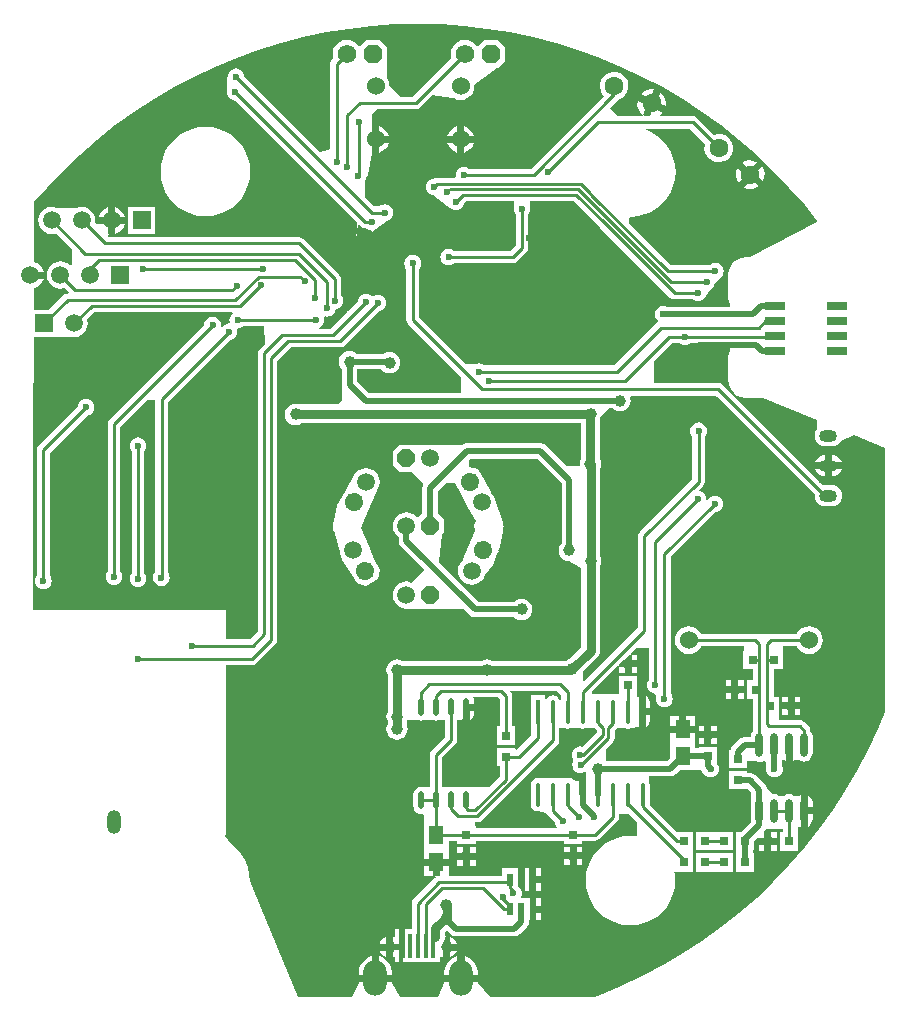
<source format=gbl>
%FSLAX25Y25*%
%MOIN*%
G70*
G01*
G75*
G04 Layer_Physical_Order=2*
G04 Layer_Color=16711680*
%ADD10R,0.03000X0.03000*%
%ADD11R,0.03000X0.03000*%
%ADD12R,0.06000X0.13780*%
%ADD13R,0.05000X0.01000*%
%ADD14O,0.05000X0.01000*%
%ADD15R,0.01000X0.05000*%
%ADD16C,0.03937*%
%ADD17R,0.03600X0.03600*%
%ADD18R,0.05000X0.03600*%
%ADD19R,0.03600X0.03600*%
%ADD20R,0.03600X0.05000*%
%ADD21R,0.06000X0.05000*%
%ADD22R,0.07500X0.09000*%
%ADD23R,0.10827X0.10827*%
%ADD24R,0.05000X0.06000*%
%ADD25R,0.15748X0.11811*%
%ADD26O,0.03150X0.09843*%
%ADD27R,0.03150X0.09843*%
%ADD28R,0.11811X0.15748*%
%ADD29O,0.09843X0.03150*%
%ADD30R,0.09843X0.03150*%
%ADD31O,0.05906X0.01969*%
G04:AMPARAMS|DCode=32|XSize=86.61mil|YSize=47.24mil|CornerRadius=11.81mil|HoleSize=0mil|Usage=FLASHONLY|Rotation=270.000|XOffset=0mil|YOffset=0mil|HoleType=Round|Shape=RoundedRectangle|*
%AMROUNDEDRECTD32*
21,1,0.08661,0.02362,0,0,270.0*
21,1,0.06299,0.04724,0,0,270.0*
1,1,0.02362,-0.01181,-0.03150*
1,1,0.02362,-0.01181,0.03150*
1,1,0.02362,0.01181,0.03150*
1,1,0.02362,0.01181,-0.03150*
%
%ADD32ROUNDEDRECTD32*%
%ADD33R,0.04724X0.09449*%
%ADD34C,0.01000*%
%ADD35C,0.01969*%
%ADD36C,0.03150*%
%ADD37C,0.01181*%
%ADD38C,0.02953*%
%ADD39C,0.06000*%
%ADD40O,0.07874X0.11811*%
%ADD41C,0.06200*%
%ADD42P,0.06711X8X22.5*%
%ADD43R,0.05906X0.05906*%
%ADD44C,0.05906*%
%ADD45O,0.06000X0.04000*%
%ADD46O,0.04724X0.07874*%
%ADD47P,0.06392X8X22.5*%
%ADD48C,0.05906*%
%ADD49P,0.06392X8X142.5*%
%ADD50P,0.06392X8X82.5*%
%ADD51C,0.06299*%
%ADD52C,0.02362*%
%ADD53R,0.02362X0.04331*%
%ADD54R,0.07087X0.03150*%
%ADD55R,0.01575X0.07874*%
%ADD56O,0.01575X0.07874*%
%ADD57O,0.01969X0.05906*%
%ADD58O,0.02400X0.08000*%
G36*
X-61246Y70911D02*
X-61566Y70666D01*
X-62007Y70090D01*
X-62285Y69419D01*
X-62380Y68700D01*
X-62285Y67981D01*
X-62500Y67580D01*
X-63219Y67485D01*
X-63890Y67207D01*
X-64465Y66765D01*
X-64810Y66317D01*
X-65272Y66508D01*
X-65220Y66900D01*
X-65315Y67619D01*
X-65593Y68290D01*
X-66035Y68866D01*
X-66610Y69307D01*
X-67281Y69585D01*
X-68000Y69680D01*
X-68719Y69585D01*
X-69390Y69307D01*
X-69965Y68866D01*
X-70407Y68290D01*
X-70685Y67619D01*
X-70748Y67144D01*
X-102396Y35496D01*
X-102854Y34810D01*
X-103015Y34000D01*
Y-15030D01*
X-103307Y-15410D01*
X-103585Y-16081D01*
X-103680Y-16800D01*
X-103585Y-17519D01*
X-103307Y-18190D01*
X-102866Y-18766D01*
X-102290Y-19207D01*
X-101619Y-19485D01*
X-100900Y-19580D01*
X-100181Y-19485D01*
X-99510Y-19207D01*
X-98935Y-18766D01*
X-98493Y-18190D01*
X-98215Y-17519D01*
X-98120Y-16800D01*
X-98215Y-16081D01*
X-98493Y-15410D01*
X-98785Y-15030D01*
Y33124D01*
X-89908Y42000D01*
X-89860D01*
Y42000D01*
X-87563D01*
Y42000D01*
X-87115Y42000D01*
Y-15315D01*
X-87455Y-15758D01*
X-87733Y-16429D01*
X-87828Y-17148D01*
X-87733Y-17867D01*
X-87455Y-18538D01*
X-87014Y-19114D01*
X-86438Y-19555D01*
X-85768Y-19833D01*
X-85048Y-19928D01*
X-84329Y-19833D01*
X-83658Y-19555D01*
X-83082Y-19114D01*
X-82641Y-18538D01*
X-82363Y-17867D01*
X-82268Y-17148D01*
X-82363Y-16429D01*
X-82641Y-15758D01*
X-82885Y-15440D01*
Y41424D01*
X-62256Y62053D01*
X-61781Y62115D01*
X-61110Y62393D01*
X-60535Y62835D01*
X-60093Y63410D01*
X-59815Y64081D01*
X-59720Y64800D01*
X-59815Y65519D01*
X-59847Y65598D01*
X-59600Y65920D01*
X-58881Y66015D01*
X-58210Y66293D01*
X-57830Y66585D01*
X-50691D01*
X-50534Y60857D01*
X-52296Y59096D01*
X-52754Y58410D01*
X-52915Y57600D01*
Y-35124D01*
X-55476Y-37685D01*
X-63547D01*
Y-28147D01*
X-63500Y-28100D01*
X-127700D01*
Y47600D01*
X-127800Y47700D01*
X-127500Y48000D01*
Y63073D01*
X-119572D01*
Y63200D01*
X-115308D01*
X-115282Y63189D01*
X-114100Y63033D01*
X-112918Y63189D01*
X-111817Y63645D01*
X-110871Y64371D01*
X-110145Y65317D01*
X-109689Y66418D01*
X-109533Y67600D01*
X-109689Y68782D01*
X-109758Y68950D01*
X-107324Y71385D01*
X-61406D01*
X-61246Y70911D01*
D02*
G37*
G36*
X8234Y167244D02*
X15951Y166708D01*
X23636Y165817D01*
X31271Y164571D01*
X38840Y162975D01*
X46328Y161030D01*
X53718Y158742D01*
X60994Y156114D01*
X68141Y153154D01*
X75144Y149867D01*
X81987Y146259D01*
X88657Y142340D01*
X95139Y138117D01*
X101418Y133598D01*
X107482Y128795D01*
X113318Y123717D01*
X118913Y118375D01*
X124255Y112779D01*
X129334Y106944D01*
X133457Y101739D01*
X133352Y101250D01*
X111083Y89634D01*
X109658D01*
Y89648D01*
X108167Y89452D01*
X106779Y88877D01*
X105586Y87962D01*
X104671Y86769D01*
X104096Y85381D01*
X103900Y83890D01*
X103900D01*
X103914Y83890D01*
X103914Y76016D01*
D01*
Y76016D01*
D01*
X103921Y75980D01*
X104045Y75040D01*
X104422Y74130D01*
X104500Y74029D01*
Y73181D01*
X83270D01*
X83019Y73285D01*
X82300Y73380D01*
X81581Y73285D01*
X80910Y73007D01*
X80335Y72566D01*
X79893Y71990D01*
X79615Y71319D01*
X79520Y70600D01*
X79615Y69881D01*
X79893Y69210D01*
X80335Y68634D01*
X80514Y68497D01*
X80497Y67997D01*
X79918Y67610D01*
X65924Y53615D01*
X22520D01*
X22140Y53907D01*
X21469Y54185D01*
X20750Y54280D01*
X20145Y54200D01*
X16292D01*
X816Y69676D01*
Y85830D01*
X1107Y86210D01*
X1385Y86881D01*
X1480Y87600D01*
X1385Y88319D01*
X1107Y88990D01*
X666Y89565D01*
X90Y90007D01*
X-581Y90285D01*
X-1300Y90380D01*
X-2019Y90285D01*
X-2690Y90007D01*
X-3266Y89565D01*
X-3707Y88990D01*
X-3985Y88319D01*
X-4080Y87600D01*
X-3985Y86881D01*
X-3707Y86210D01*
X-3415Y85830D01*
Y68800D01*
X-3254Y67990D01*
X-2796Y67304D01*
X14800Y49708D01*
Y44381D01*
X-15831D01*
X-19719Y48269D01*
Y52219D01*
X-11716D01*
X-11527Y51973D01*
X-10787Y51405D01*
X-9925Y51048D01*
X-9000Y50926D01*
X-8075Y51048D01*
X-7213Y51405D01*
X-6473Y51973D01*
X-5905Y52713D01*
X-5548Y53575D01*
X-5426Y54500D01*
X-5548Y55425D01*
X-5905Y56287D01*
X-6473Y57027D01*
X-7213Y57595D01*
X-8075Y57952D01*
X-9000Y58074D01*
X-9925Y57952D01*
X-10787Y57595D01*
X-11066Y57381D01*
X-19843D01*
X-20513Y57895D01*
X-21375Y58252D01*
X-22300Y58374D01*
X-23225Y58252D01*
X-24087Y57895D01*
X-24827Y57327D01*
X-25395Y56587D01*
X-25752Y55725D01*
X-25874Y54800D01*
X-25752Y53875D01*
X-25395Y53013D01*
X-24881Y52343D01*
Y47200D01*
X-24800Y46584D01*
Y42200D01*
X-26323Y40677D01*
X-39193D01*
X-39375Y40752D01*
X-40300Y40874D01*
X-41225Y40752D01*
X-42087Y40395D01*
X-42827Y39827D01*
X-43395Y39087D01*
X-43752Y38225D01*
X-43874Y37300D01*
X-43752Y36375D01*
X-43395Y35513D01*
X-42827Y34773D01*
X-42087Y34205D01*
X-41225Y33848D01*
X-40300Y33726D01*
X-39375Y33848D01*
X-38513Y34205D01*
X-38359Y34323D01*
X54723D01*
Y22290D01*
X54448Y21625D01*
X54326Y20700D01*
X54382Y20276D01*
X54052Y19900D01*
X50150D01*
X43125Y26925D01*
X42591Y27335D01*
X42279Y27464D01*
X41968Y27593D01*
X41300Y27681D01*
X16900D01*
X16232Y27593D01*
X16050Y27518D01*
X15609Y27335D01*
X15303Y27100D01*
X5113D01*
X4401Y27194D01*
X3689Y27100D01*
X-1154D01*
X-1209Y27155D01*
X-5737D01*
X-8000Y24891D01*
Y20363D01*
X-5737Y18100D01*
X-1400D01*
Y18000D01*
X2414Y14186D01*
X2265Y13991D01*
X2136Y13679D01*
X2007Y13368D01*
X1919Y12700D01*
Y4210D01*
X593Y2885D01*
X94Y2917D01*
X-145Y3229D01*
X-1091Y3955D01*
X-2192Y4411D01*
X-3374Y4567D01*
X-4556Y4411D01*
X-5657Y3955D01*
X-6603Y3229D01*
X-7329Y2283D01*
X-7785Y1182D01*
X-7941Y0D01*
X-7785Y-1182D01*
X-7329Y-2283D01*
X-6603Y-3229D01*
X-5955Y-3726D01*
Y-4826D01*
X-5867Y-5494D01*
X-5738Y-5805D01*
X-5609Y-6117D01*
X-5199Y-6651D01*
X2625Y-14475D01*
X-1695Y-18795D01*
X-2192Y-18589D01*
X-3374Y-18433D01*
X-4556Y-18589D01*
X-5657Y-19045D01*
X-6603Y-19771D01*
X-7329Y-20717D01*
X-7785Y-21818D01*
X-7941Y-23000D01*
X-7785Y-24182D01*
X-7329Y-25283D01*
X-6603Y-26229D01*
X-5657Y-26955D01*
X-4556Y-27411D01*
X-3557Y-27542D01*
X-3500Y-27600D01*
X15750D01*
X17675Y-29525D01*
X18209Y-29935D01*
X18650Y-30118D01*
X18832Y-30193D01*
X19500Y-30281D01*
X32543D01*
X33213Y-30795D01*
X34075Y-31152D01*
X35000Y-31274D01*
X35925Y-31152D01*
X36787Y-30795D01*
X37527Y-30227D01*
X38095Y-29487D01*
X38452Y-28625D01*
X38574Y-27700D01*
X38452Y-26775D01*
X38095Y-25913D01*
X37527Y-25173D01*
X36787Y-24605D01*
X35925Y-24248D01*
X35000Y-24126D01*
X34075Y-24248D01*
X33213Y-24605D01*
X32543Y-25119D01*
X20569D01*
X7406Y-11955D01*
X8572Y-2719D01*
X9027Y-2264D01*
Y2264D01*
X7081Y4210D01*
Y11631D01*
X9850Y14400D01*
X12700D01*
X12700Y14400D01*
X12700D01*
X12729Y14392D01*
X14932Y10576D01*
X14973Y10565D01*
X17300Y6000D01*
X19653Y1656D01*
X19467Y1209D01*
X19303Y-38D01*
X19467Y-1286D01*
X19542Y-1466D01*
X16200Y-9200D01*
X15536Y-11381D01*
X15134Y-11690D01*
X14408Y-12636D01*
X13952Y-13737D01*
X13796Y-14919D01*
X13952Y-16101D01*
X14408Y-17202D01*
X15134Y-18148D01*
X16080Y-18874D01*
X17181Y-19330D01*
X18363Y-19486D01*
X19545Y-19330D01*
X20646Y-18874D01*
X21592Y-18148D01*
X22318Y-17202D01*
X22734Y-16199D01*
X25500Y-13000D01*
X26894Y-9198D01*
X27353Y-8403D01*
X27282Y-8140D01*
X27700Y-7000D01*
X28697Y-1478D01*
X28777Y-1286D01*
X28898Y-368D01*
X29000Y200D01*
X29000Y200D01*
X28907Y219D01*
X28777Y1209D01*
X28698Y1398D01*
X28700Y1400D01*
X28700D01*
X26300Y8600D01*
X26094Y8972D01*
X26069Y9163D01*
X25613Y10264D01*
X24888Y11210D01*
X24837Y11248D01*
X22753Y15023D01*
X22774Y15103D01*
X20510Y19024D01*
X17600Y19804D01*
Y19807D01*
X17600D01*
Y21955D01*
X17600D01*
X17600Y21955D01*
Y22150D01*
X17969Y22519D01*
X40231D01*
X48319Y14431D01*
Y-5643D01*
X47805Y-6313D01*
X47448Y-7175D01*
X47326Y-8100D01*
X47448Y-9025D01*
X47805Y-9887D01*
X48373Y-10627D01*
X49113Y-11195D01*
X49975Y-11552D01*
X50900Y-11674D01*
X50915Y-11672D01*
X52400Y-12600D01*
X54823Y-13905D01*
Y-40184D01*
X50678Y-44330D01*
X50013Y-44605D01*
X49746Y-44810D01*
X25090D01*
X24425Y-44535D01*
X23500Y-44413D01*
X22575Y-44535D01*
X21910Y-44810D01*
X-4924D01*
X-5588Y-44535D01*
X-6513Y-44413D01*
X-7438Y-44535D01*
X-8300Y-44892D01*
X-9041Y-45459D01*
X-9608Y-46200D01*
X-9966Y-47062D01*
X-10087Y-47987D01*
X-9966Y-48912D01*
X-9677Y-49609D01*
Y-61910D01*
X-9952Y-62575D01*
X-10074Y-63500D01*
X-9952Y-64425D01*
X-9677Y-65090D01*
Y-66010D01*
X-9952Y-66675D01*
X-10074Y-67600D01*
X-9952Y-68525D01*
X-9595Y-69387D01*
X-9027Y-70127D01*
X-8287Y-70695D01*
X-7425Y-71052D01*
X-6500Y-71174D01*
X-5575Y-71052D01*
X-4713Y-70695D01*
X-3973Y-70127D01*
X-3405Y-69387D01*
X-3048Y-68525D01*
X-2926Y-67600D01*
X-3048Y-66675D01*
X-3323Y-66010D01*
Y-65090D01*
X-3079Y-64500D01*
X204D01*
X209Y-64504D01*
X832Y-64762D01*
X1500Y-64850D01*
X2168Y-64762D01*
X2791Y-64504D01*
X2795Y-64500D01*
X5204D01*
X5209Y-64504D01*
X5832Y-64762D01*
X6500Y-64850D01*
X7168Y-64762D01*
X7791Y-64504D01*
X7796Y-64500D01*
X9385D01*
Y-70324D01*
X5004Y-74704D01*
X4546Y-75390D01*
X4385Y-76200D01*
Y-87000D01*
X2311D01*
X2168Y-86941D01*
X1500Y-86853D01*
X832Y-86941D01*
X209Y-87199D01*
X-325Y-87609D01*
X-735Y-88143D01*
X-993Y-88766D01*
X-1081Y-89434D01*
Y-93371D01*
X-993Y-94039D01*
X-735Y-94661D01*
X-325Y-95196D01*
X209Y-95606D01*
X832Y-95864D01*
X1500Y-95952D01*
X2168Y-95864D01*
X2184Y-95857D01*
X2600Y-96135D01*
Y-98425D01*
X2525D01*
Y-107575D01*
Y-110819D01*
X10675D01*
Y-107575D01*
Y-104915D01*
X13525D01*
Y-106075D01*
X19675D01*
Y-104915D01*
X49125D01*
Y-105875D01*
X55275D01*
Y-104915D01*
X59400D01*
X60210Y-104754D01*
X60896Y-104296D01*
X60896Y-104296D01*
X60896Y-104296D01*
X66896Y-98296D01*
X67354Y-97610D01*
X67515Y-96800D01*
X67515Y-96800D01*
X67515Y-96800D01*
Y-96800D01*
Y-95900D01*
X70708D01*
X73400Y-98592D01*
Y-102980D01*
X73033Y-103320D01*
X71305Y-103184D01*
X68971Y-103368D01*
X66695Y-103914D01*
X64533Y-104810D01*
X62537Y-106033D01*
X60757Y-107553D01*
X59237Y-109333D01*
X58014Y-111328D01*
X57119Y-113491D01*
X56572Y-115767D01*
X56389Y-118100D01*
X56572Y-120433D01*
X57119Y-122709D01*
X58014Y-124872D01*
X59237Y-126867D01*
X60757Y-128647D01*
X62537Y-130167D01*
X64533Y-131390D01*
X66695Y-132286D01*
X68971Y-132832D01*
X71305Y-133016D01*
X73638Y-132832D01*
X75914Y-132286D01*
X78076Y-131390D01*
X80072Y-130167D01*
X81852Y-128647D01*
X83372Y-126867D01*
X84595Y-124872D01*
X85491Y-122709D01*
X86037Y-120433D01*
X86221Y-118100D01*
X86037Y-115767D01*
X85906Y-115221D01*
X85906Y-115221D01*
X86139Y-115166D01*
X86211Y-115166D01*
X86211Y-115166D01*
Y-115166D01*
X92288D01*
Y-109612D01*
X92300Y-109600D01*
Y-107300D01*
X92288D01*
Y-101916D01*
X86708D01*
X77741Y-92949D01*
X77808Y-92609D01*
Y-86309D01*
X77625Y-85388D01*
X77600Y-85350D01*
Y-83381D01*
X84600D01*
X85268Y-83293D01*
X85579Y-83164D01*
X85891Y-83035D01*
X86425Y-82625D01*
X87775Y-81275D01*
X92775D01*
Y-81200D01*
X94786D01*
X94865Y-81391D01*
X95275Y-81925D01*
X95489Y-82139D01*
X95593Y-82390D01*
X96034Y-82965D01*
X96610Y-83407D01*
X97281Y-83685D01*
X98000Y-83780D01*
X98719Y-83685D01*
X99390Y-83407D01*
X99966Y-82965D01*
X100407Y-82390D01*
X100685Y-81719D01*
X100780Y-81000D01*
X100685Y-80281D01*
X100407Y-79610D01*
X100175Y-79307D01*
Y-73612D01*
X94025D01*
Y-74106D01*
X92775D01*
Y-72275D01*
Y-68881D01*
X84625D01*
Y-72275D01*
Y-77125D01*
X83531Y-78219D01*
X63200D01*
Y-74192D01*
X65383Y-72009D01*
X65842Y-71322D01*
X66003Y-70513D01*
Y-68089D01*
X66741Y-67350D01*
X69402Y-67224D01*
X69478Y-67275D01*
X70400Y-67458D01*
X71322Y-67275D01*
X71551Y-67121D01*
X74069Y-67001D01*
X74219Y-67101D01*
Y-61901D01*
Y-56699D01*
X73941Y-56884D01*
X73500Y-56649D01*
Y-56061D01*
X73575D01*
Y-49912D01*
X67425D01*
Y-55800D01*
X58537D01*
X58345Y-55338D01*
X66963Y-46720D01*
X67425Y-46911D01*
Y-46259D01*
X68965Y-44719D01*
X69319D01*
Y-44365D01*
X70859Y-42825D01*
X71511D01*
X71320Y-42363D01*
X73183Y-40500D01*
X77385D01*
Y-51230D01*
X77093Y-51610D01*
X76815Y-52281D01*
X76720Y-53000D01*
X76815Y-53719D01*
X77093Y-54390D01*
X77535Y-54966D01*
X78110Y-55407D01*
X78781Y-55685D01*
X79246Y-55746D01*
X80022Y-56522D01*
X79915Y-56781D01*
X79820Y-57500D01*
X79915Y-58219D01*
X80193Y-58890D01*
X80634Y-59465D01*
X81210Y-59907D01*
X81881Y-60185D01*
X82600Y-60280D01*
X83319Y-60185D01*
X83990Y-59907D01*
X84566Y-59465D01*
X85007Y-58890D01*
X85285Y-58219D01*
X85380Y-57500D01*
X85285Y-56781D01*
X85007Y-56110D01*
X84715Y-55730D01*
Y-10276D01*
X99644Y4653D01*
X100119Y4715D01*
X100790Y4993D01*
X101365Y5435D01*
X101807Y6010D01*
X102085Y6681D01*
X102180Y7400D01*
X102085Y8119D01*
X101807Y8790D01*
X101365Y9365D01*
X100790Y9807D01*
X100119Y10085D01*
X99400Y10180D01*
X98681Y10085D01*
X98010Y9807D01*
X97435Y9365D01*
X96993Y8790D01*
X96933Y8646D01*
X96450Y8775D01*
X96480Y9000D01*
X96385Y9719D01*
X96107Y10390D01*
X95666Y10966D01*
X95090Y11407D01*
X94419Y11685D01*
X94307Y12015D01*
X95496Y13204D01*
X95954Y13891D01*
X96115Y14700D01*
X96115Y14700D01*
X96115Y14700D01*
Y14700D01*
Y17300D01*
X96115Y17300D01*
X96115Y17300D01*
Y17300D01*
Y30030D01*
X96407Y30410D01*
X96685Y31081D01*
X96780Y31800D01*
X96685Y32519D01*
X96407Y33190D01*
X95965Y33766D01*
X95390Y34207D01*
X94719Y34485D01*
X94000Y34580D01*
X93281Y34485D01*
X92610Y34207D01*
X92035Y33766D01*
X91593Y33190D01*
X91315Y32519D01*
X91220Y31800D01*
X91315Y31081D01*
X91593Y30410D01*
X91885Y30030D01*
Y17300D01*
X91884Y17300D01*
X91885D01*
Y15800D01*
Y15576D01*
X74404Y-1904D01*
X73946Y-2590D01*
X73785Y-3400D01*
Y-33915D01*
X55962Y-51738D01*
X55500Y-51547D01*
Y-48493D01*
X60246Y-43746D01*
X60751Y-43088D01*
X61068Y-42322D01*
X61069Y-42322D01*
X61068Y-42322D01*
Y-42322D01*
X61177Y-41500D01*
Y-13190D01*
X61452Y-12525D01*
X61574Y-11600D01*
X61452Y-10675D01*
X61177Y-10010D01*
Y19352D01*
X61352Y19775D01*
X61474Y20700D01*
X61352Y21625D01*
X61077Y22290D01*
Y35559D01*
X61195Y35713D01*
X61552Y36575D01*
X61579Y36779D01*
X64019Y39219D01*
X65343D01*
X66013Y38705D01*
X66875Y38348D01*
X67800Y38226D01*
X68725Y38348D01*
X69587Y38705D01*
X70327Y39273D01*
X70895Y40013D01*
X71252Y40875D01*
X71374Y41800D01*
X71252Y42725D01*
X71110Y43069D01*
X71387Y43485D01*
X99724D01*
X131654Y11554D01*
X131654D01*
X131654Y11554D01*
X132731Y10477D01*
X132694Y10200D01*
X132817Y9267D01*
X133177Y8397D01*
X133750Y7650D01*
X134497Y7077D01*
X135367Y6717D01*
X136300Y6594D01*
X138300D01*
X139233Y6717D01*
X140103Y7077D01*
X140850Y7650D01*
X141423Y8397D01*
X141783Y9267D01*
X141906Y10200D01*
X141783Y11133D01*
X141423Y12003D01*
X140850Y12750D01*
X140103Y13323D01*
X139233Y13683D01*
X138300Y13806D01*
X136300D01*
X135492Y13699D01*
X134646Y14546D01*
X102096Y47096D01*
X101410Y47554D01*
X100600Y47715D01*
X79174D01*
X79100Y48047D01*
Y55008D01*
X85076Y60985D01*
X87730D01*
X88110Y60693D01*
X88781Y60415D01*
X89500Y60320D01*
X90219Y60415D01*
X90890Y60693D01*
X91270Y60985D01*
X104500D01*
Y58319D01*
X104422Y58218D01*
X104045Y57308D01*
X103921Y56368D01*
X103914Y56331D01*
Y48536D01*
X103914Y48536D01*
X103914D01*
X104052Y47845D01*
X104061Y47831D01*
X104174Y46967D01*
X104750Y45579D01*
X105665Y44386D01*
X106857Y43471D01*
X108246Y42896D01*
X109736Y42700D01*
Y42714D01*
X115622D01*
X133400Y35384D01*
Y32293D01*
X133177Y32003D01*
X132817Y31133D01*
X132694Y30200D01*
X132817Y29267D01*
X133177Y28397D01*
X133750Y27650D01*
X134497Y27077D01*
X135367Y26717D01*
X136300Y26594D01*
X138300D01*
X139233Y26717D01*
X140103Y27077D01*
X140850Y27650D01*
X141383Y28345D01*
X145879Y30239D01*
X156120Y26016D01*
Y-61820D01*
X153693Y-67680D01*
X150405Y-74682D01*
X146798Y-81526D01*
X142878Y-88196D01*
X138655Y-94677D01*
X134137Y-100956D01*
X129334Y-107021D01*
X124255Y-112856D01*
X118913Y-118451D01*
X113318Y-123794D01*
X107482Y-128872D01*
X101418Y-133676D01*
X95139Y-138194D01*
X88657Y-142417D01*
X81987Y-146336D01*
X75144Y-149944D01*
X68141Y-153231D01*
X60994Y-156192D01*
X59200Y-156840D01*
X24556D01*
X20378Y-152187D01*
Y-151914D01*
X9260D01*
Y-152298D01*
X8600Y-153900D01*
X7091Y-156840D01*
X-5366D01*
X-7300Y-153800D01*
X-8165Y-152243D01*
Y-151914D01*
X-19284D01*
Y-152281D01*
X-21394Y-156840D01*
X-39589D01*
X-52000Y-127400D01*
X-55596Y-118411D01*
X-55579Y-118200D01*
X-55763Y-115867D01*
X-56309Y-113591D01*
X-57205Y-111428D01*
X-58428Y-109433D01*
X-59948Y-107653D01*
X-61430Y-106387D01*
X-63791Y-103197D01*
X-63566Y-102750D01*
X-63547D01*
Y-46315D01*
X-54900D01*
X-54090Y-46154D01*
X-53404Y-45696D01*
X-47004Y-39296D01*
X-47004Y-39296D01*
X-47004Y-39296D01*
X-46546Y-38610D01*
X-46385Y-37800D01*
Y55024D01*
X-41824Y59585D01*
X-25500D01*
X-24690Y59746D01*
X-24004Y60204D01*
X-12556Y71653D01*
X-12081Y71715D01*
X-11410Y71993D01*
X-10835Y72435D01*
X-10393Y73010D01*
X-10115Y73681D01*
X-10020Y74400D01*
X-10115Y75119D01*
X-10393Y75790D01*
X-10835Y76366D01*
X-11410Y76807D01*
X-12081Y77085D01*
X-12800Y77180D01*
X-13519Y77085D01*
X-14190Y76807D01*
X-14442Y76614D01*
X-14834Y76666D01*
X-15410Y77107D01*
X-16081Y77385D01*
X-16800Y77480D01*
X-17519Y77385D01*
X-18190Y77107D01*
X-18766Y76666D01*
X-19207Y76090D01*
X-19485Y75419D01*
X-19547Y74944D01*
X-22823Y71668D01*
X-23600Y72100D01*
X-23011Y71480D01*
X-28776Y65715D01*
X-32322D01*
X-32420Y66206D01*
X-32210Y66293D01*
X-31635Y66734D01*
X-31193Y67310D01*
X-30915Y67981D01*
X-30820Y68700D01*
X-30915Y69419D01*
X-31005Y69638D01*
X-30652Y69991D01*
X-30468Y69915D01*
X-29749Y69820D01*
X-29029Y69915D01*
X-28359Y70193D01*
X-27783Y70635D01*
X-27341Y71210D01*
X-27064Y71881D01*
X-26989Y72448D01*
X-26481Y72515D01*
X-25810Y72793D01*
X-25234Y73234D01*
X-24793Y73810D01*
X-24515Y74481D01*
X-24420Y75200D01*
X-24515Y75919D01*
X-24793Y76590D01*
X-25084Y76970D01*
Y82263D01*
X-25246Y83073D01*
X-25704Y83759D01*
X-37673Y95727D01*
X-38359Y96186D01*
X-39169Y96347D01*
X-102800D01*
Y97112D01*
X-102424Y97442D01*
X-102781Y97489D01*
Y100719D01*
X-106011D01*
X-106061Y101095D01*
X-106439Y100768D01*
X-106900Y100900D01*
X-107158Y100952D01*
X-107033Y101900D01*
X-107189Y103082D01*
X-107645Y104183D01*
X-108371Y105129D01*
X-109317Y105855D01*
X-110418Y106311D01*
X-111600Y106467D01*
X-112782Y106311D01*
X-113050Y106200D01*
X-120150D01*
X-120418Y106311D01*
X-121600Y106467D01*
X-122782Y106311D01*
X-123883Y105855D01*
X-124829Y105129D01*
X-125555Y104183D01*
X-126011Y103082D01*
X-126167Y101900D01*
X-126011Y100718D01*
X-125555Y99617D01*
X-124829Y98671D01*
X-123883Y97945D01*
X-122782Y97489D01*
X-121600Y97333D01*
X-120418Y97489D01*
X-120250Y97558D01*
X-114900Y92208D01*
Y87257D01*
X-115265Y86916D01*
X-115471Y86929D01*
X-116417Y87655D01*
X-117518Y88111D01*
X-118700Y88267D01*
X-119882Y88111D01*
X-120983Y87655D01*
X-121929Y86929D01*
X-122655Y85983D01*
X-123111Y84882D01*
X-123267Y83700D01*
X-123111Y82518D01*
X-122655Y81417D01*
X-121929Y80471D01*
X-120983Y79745D01*
X-119882Y79289D01*
X-118700Y79133D01*
X-117518Y79289D01*
X-117350Y79359D01*
X-115982Y77990D01*
X-116173Y77528D01*
X-116287D01*
X-117097Y77367D01*
X-117783Y76908D01*
X-122564Y72127D01*
X-127500D01*
Y79296D01*
X-126417Y79745D01*
X-125471Y80471D01*
X-124745Y81417D01*
X-124289Y82518D01*
X-124289Y82519D01*
X-128701D01*
Y84881D01*
X-124289D01*
X-124289Y84882D01*
X-124745Y85983D01*
X-125471Y86929D01*
X-126417Y87655D01*
X-127500Y88103D01*
Y107902D01*
X-123255Y112779D01*
X-117913Y118375D01*
X-112318Y123717D01*
X-106482Y128795D01*
X-100418Y133598D01*
X-94138Y138117D01*
X-87657Y142340D01*
X-80987Y146259D01*
X-74144Y149867D01*
X-67141Y153154D01*
X-59994Y156114D01*
X-52718Y158742D01*
X-45328Y161030D01*
X-37840Y162975D01*
X-30271Y164571D01*
X-22636Y165817D01*
X-14951Y166708D01*
X-7234Y167244D01*
X500Y167423D01*
X8234Y167244D01*
D02*
G37*
G36*
X59985Y-68076D02*
Y-68724D01*
X55196Y-73512D01*
X54500Y-73420D01*
X53781Y-73515D01*
X53110Y-73793D01*
X52535Y-74234D01*
X52093Y-74810D01*
X51815Y-75481D01*
X51720Y-76200D01*
X51815Y-76919D01*
X52093Y-77590D01*
X52392Y-77980D01*
X52293Y-78110D01*
X52015Y-78781D01*
X51920Y-79500D01*
X52015Y-80219D01*
X52293Y-80890D01*
X52735Y-81466D01*
X53310Y-81907D01*
X53981Y-82185D01*
X54700Y-82280D01*
X55419Y-82185D01*
X55625Y-82100D01*
X56600D01*
Y-83746D01*
X56214Y-84063D01*
X56322Y-84084D01*
X56581Y-84257D01*
Y-89460D01*
X54219D01*
Y-84258D01*
X54213Y-84261D01*
X53727Y-84147D01*
X53700Y-84100D01*
X51345D01*
X51322Y-84084D01*
X50400Y-83901D01*
X49478Y-84084D01*
X49455Y-84100D01*
X46345D01*
X46322Y-84084D01*
X45400Y-83901D01*
X44478Y-84084D01*
X44455Y-84100D01*
X41345D01*
X41322Y-84084D01*
X40400Y-83901D01*
X39478Y-84084D01*
X38697Y-84606D01*
X38175Y-85388D01*
X37991Y-86309D01*
Y-92609D01*
X38175Y-93530D01*
X38697Y-94312D01*
X39478Y-94834D01*
X40400Y-95017D01*
X40595Y-94978D01*
X43000Y-95700D01*
X43479Y-95860D01*
X43904Y-96496D01*
X46053Y-98644D01*
X46115Y-99119D01*
X46393Y-99790D01*
X46735Y-100236D01*
X46514Y-100685D01*
X19675D01*
Y-99925D01*
X19675D01*
X19500Y-99900D01*
D01*
X19500Y-99900D01*
Y-98615D01*
X20300D01*
X21110Y-98454D01*
X21796Y-97996D01*
X46896Y-72896D01*
X47354Y-72210D01*
X47515Y-71400D01*
Y-67300D01*
X49605D01*
X50400Y-67458D01*
X51195Y-67300D01*
X54605D01*
X55400Y-67458D01*
X56195Y-67300D01*
X59208D01*
X59985Y-68076D01*
D02*
G37*
G36*
X48285Y-56276D02*
Y-57665D01*
X48175Y-57829D01*
X48150Y-57954D01*
X47650D01*
X47625Y-57829D01*
X47103Y-57047D01*
X46322Y-56525D01*
X45400Y-56342D01*
X44478Y-56525D01*
X43697Y-57047D01*
X43241Y-57730D01*
X42762Y-57585D01*
Y-56388D01*
X38038D01*
Y-67412D01*
X38285D01*
Y-69624D01*
X33337Y-74572D01*
X32875Y-74380D01*
Y-73812D01*
X26725D01*
Y-79961D01*
X27685D01*
Y-82000D01*
Y-83596D01*
X24181Y-87100D01*
X17553D01*
X17168Y-86941D01*
X16500Y-86853D01*
X15832Y-86941D01*
X15447Y-87100D01*
X12553D01*
X12168Y-86941D01*
X11500Y-86853D01*
X10832Y-86941D01*
X10447Y-87100D01*
X8615D01*
Y-77076D01*
X12996Y-72696D01*
X12996Y-72696D01*
X12996Y-72696D01*
X13454Y-72010D01*
X13615Y-71200D01*
Y-64500D01*
X15000D01*
X15089Y-64411D01*
X15209Y-64504D01*
X15319Y-64549D01*
Y-60299D01*
X16499D01*
Y-59119D01*
X19081D01*
Y-58332D01*
X18993Y-57664D01*
X18735Y-57041D01*
X18797Y-56915D01*
X27124D01*
X27685Y-57476D01*
Y-66725D01*
X26725D01*
Y-72875D01*
X32875D01*
Y-66725D01*
X31915D01*
Y-56600D01*
X31754Y-55790D01*
X31296Y-55104D01*
X31415Y-54815D01*
X46824D01*
X48285Y-56276D01*
D02*
G37*
%LPC*%
G36*
X120188Y-102025D02*
X118295D01*
Y-103919D01*
X120188D01*
Y-102025D01*
D02*
G37*
G36*
X99375Y-101916D02*
X93225D01*
Y-108066D01*
X99339D01*
Y-108075D01*
X105488D01*
Y-101925D01*
X99375D01*
Y-101916D01*
D02*
G37*
G36*
X131999Y-96081D02*
X130381D01*
Y-100214D01*
X130599Y-100124D01*
X131179Y-99679D01*
X131624Y-99099D01*
X131903Y-98424D01*
X131999Y-97700D01*
Y-96081D01*
D02*
G37*
G36*
X110175Y-81625D02*
X104025D01*
Y-87775D01*
X110175D01*
X110175Y-87775D01*
Y-87775D01*
X110351Y-87702D01*
X111619Y-88969D01*
Y-91080D01*
X111497Y-91376D01*
X111401Y-92100D01*
Y-97700D01*
X111497Y-98424D01*
X111564Y-98586D01*
X108224Y-101925D01*
X106425D01*
Y-107100D01*
X106400D01*
Y-109400D01*
X106425Y-109425D01*
Y-115175D01*
X112575D01*
Y-109025D01*
X112081D01*
Y-108075D01*
X112575D01*
Y-104876D01*
X113577Y-103874D01*
X114038Y-104065D01*
Y-103919D01*
X115932D01*
Y-102025D01*
X116078D01*
X115887Y-101563D01*
X116025Y-101425D01*
X116428Y-100900D01*
X122084D01*
Y-102025D01*
X121125D01*
Y-108175D01*
X127275D01*
Y-102516D01*
X127300Y-102500D01*
X127300Y-102500D01*
Y-100400D01*
X127600Y-100100D01*
X127770D01*
X127801Y-100124D01*
X128019Y-100214D01*
Y-94901D01*
Y-89586D01*
X127801Y-89676D01*
X127639Y-89800D01*
X125761D01*
X125599Y-89676D01*
X124924Y-89397D01*
X124200Y-89301D01*
X123476Y-89397D01*
X122801Y-89676D01*
X122639Y-89800D01*
X120761D01*
X120599Y-89676D01*
X119924Y-89397D01*
X119200Y-89301D01*
X118759Y-89359D01*
X116702Y-87303D01*
X116693Y-87232D01*
X116435Y-86609D01*
X116025Y-86075D01*
X112825Y-82875D01*
X112291Y-82465D01*
X111979Y-82336D01*
X111668Y-82207D01*
X111000Y-82119D01*
X110175D01*
Y-81625D01*
D02*
G37*
G36*
X120188Y-106281D02*
X118295D01*
Y-108175D01*
X120188D01*
Y-106281D01*
D02*
G37*
G36*
X51019Y-106812D02*
X49125D01*
Y-108705D01*
X51019D01*
Y-106812D01*
D02*
G37*
G36*
X19675Y-107012D02*
X17781D01*
Y-108905D01*
X19675D01*
Y-107012D01*
D02*
G37*
G36*
X115932Y-106281D02*
X114039D01*
Y-108175D01*
X115932D01*
Y-106281D01*
D02*
G37*
G36*
X55275Y-106812D02*
X53381D01*
Y-108705D01*
X55275D01*
Y-106812D01*
D02*
G37*
G36*
X130381Y-89586D02*
Y-93719D01*
X131999D01*
Y-92100D01*
X131903Y-91376D01*
X131624Y-90701D01*
X131179Y-90121D01*
X130599Y-89676D01*
X130381Y-89586D01*
D02*
G37*
G36*
X77808Y-63081D02*
X76581D01*
Y-67101D01*
X77103Y-66753D01*
X77625Y-65971D01*
X77808Y-65050D01*
Y-63081D01*
D02*
G37*
G36*
X-14906Y-143361D02*
X-15163Y-143395D01*
X-16504Y-143950D01*
X-17655Y-144834D01*
X-18539Y-145985D01*
X-19094Y-147326D01*
X-19284Y-148765D01*
Y-149552D01*
X-14906D01*
Y-143361D01*
D02*
G37*
G36*
X92775Y-63125D02*
X89881D01*
Y-66519D01*
X92775D01*
Y-63125D01*
D02*
G37*
G36*
X87519D02*
X84625D01*
Y-66519D01*
X87519D01*
Y-63125D01*
D02*
G37*
G36*
X100175Y-66525D02*
X98281D01*
Y-68419D01*
X100175D01*
Y-66525D01*
D02*
G37*
G36*
Y-70781D02*
X98281D01*
Y-72675D01*
X100175D01*
Y-70781D01*
D02*
G37*
G36*
X95919D02*
X94025D01*
Y-72675D01*
X95919D01*
Y-70781D01*
D02*
G37*
G36*
X-12543Y-143361D02*
Y-149552D01*
X-8165D01*
Y-148765D01*
X-8354Y-147326D01*
X-8910Y-145985D01*
X-9793Y-144834D01*
X-10945Y-143950D01*
X-12286Y-143395D01*
X-12543Y-143361D01*
D02*
G37*
G36*
X95919Y-66525D02*
X94025D01*
Y-68419D01*
X95919D01*
Y-66525D01*
D02*
G37*
G36*
X15419Y-107012D02*
X13525D01*
Y-108905D01*
X15419D01*
Y-107012D01*
D02*
G37*
G36*
X41436Y-128824D02*
X39861D01*
Y-131383D01*
X41436D01*
Y-128824D01*
D02*
G37*
G36*
X10675Y-113181D02*
X7781D01*
Y-116575D01*
X6185D01*
X6330Y-117053D01*
X6104Y-117204D01*
X-1047Y-124355D01*
X-1506Y-125042D01*
X-1667Y-125851D01*
Y-134288D01*
X-4473D01*
Y-139801D01*
Y-145312D01*
X7929D01*
Y-143688D01*
X8345Y-143411D01*
X8913Y-143646D01*
Y-140301D01*
Y-138668D01*
X9051Y-138488D01*
X9369Y-137722D01*
X9477Y-136900D01*
Y-136807D01*
X9853Y-136758D01*
X9477Y-136428D01*
Y-135416D01*
X9871Y-135021D01*
X10371D01*
X11335Y-135985D01*
X11869Y-136395D01*
X12309Y-136577D01*
X12492Y-136653D01*
X13160Y-136741D01*
X32600D01*
X33268Y-136653D01*
X33579Y-136524D01*
X33891Y-136395D01*
X34425Y-135985D01*
X36765Y-133645D01*
X37176Y-133110D01*
X37358Y-132670D01*
X37433Y-132488D01*
X37521Y-131820D01*
Y-131383D01*
X37696D01*
Y-127644D01*
Y-123902D01*
X35069D01*
X34791Y-123487D01*
X34985Y-123019D01*
X35080Y-122300D01*
X34985Y-121581D01*
X35012Y-121540D01*
X34969D01*
X34707Y-120910D01*
X34266Y-120334D01*
X33956Y-120097D01*
Y-117801D01*
Y-114060D01*
X28444D01*
Y-116585D01*
X10685D01*
X10675Y-116575D01*
X10675Y-116231D01*
X10675Y-116231D01*
X10675D01*
Y-113181D01*
D02*
G37*
G36*
X37499Y-114060D02*
X36121D01*
Y-117801D01*
Y-121540D01*
X37499D01*
Y-117801D01*
Y-114060D01*
D02*
G37*
G36*
X41436Y-123902D02*
X39861D01*
Y-126461D01*
X41436D01*
Y-123902D01*
D02*
G37*
G36*
X-5850Y-134288D02*
X-7032D01*
Y-136830D01*
X-7447Y-137108D01*
X-7819Y-136954D01*
Y-140301D01*
Y-143646D01*
X-7447Y-143492D01*
X-7032Y-143770D01*
Y-145312D01*
X-5850D01*
Y-139801D01*
Y-134288D01*
D02*
G37*
G36*
X13441Y-141481D02*
X11276D01*
Y-143646D01*
X11881Y-143395D01*
X12622Y-142827D01*
X13190Y-142087D01*
X13441Y-141481D01*
D02*
G37*
G36*
X-10181D02*
X-12346D01*
X-12095Y-142087D01*
X-11527Y-142827D01*
X-10787Y-143395D01*
X-10181Y-143646D01*
Y-141481D01*
D02*
G37*
G36*
X11276Y-136954D02*
Y-139119D01*
X13441D01*
X13190Y-138513D01*
X12622Y-137773D01*
X11881Y-137205D01*
X11276Y-136954D01*
D02*
G37*
G36*
X-10181Y-136954D02*
X-10787Y-137205D01*
X-11527Y-137773D01*
X-12095Y-138513D01*
X-12346Y-139119D01*
X-10181D01*
Y-136954D01*
D02*
G37*
G36*
X41436Y-118981D02*
X39861D01*
Y-121540D01*
X41436D01*
Y-118981D01*
D02*
G37*
G36*
X16000Y-143361D02*
Y-149552D01*
X20378D01*
Y-148765D01*
X20189Y-147326D01*
X19634Y-145985D01*
X18750Y-144834D01*
X17599Y-143950D01*
X16258Y-143395D01*
X16000Y-143361D01*
D02*
G37*
G36*
X51019Y-111068D02*
X49125D01*
Y-112961D01*
X51019D01*
Y-111068D01*
D02*
G37*
G36*
X55275D02*
X53381D01*
Y-112961D01*
X55275D01*
Y-111068D01*
D02*
G37*
G36*
X13638Y-143361D02*
X13380Y-143395D01*
X12039Y-143950D01*
X10888Y-144834D01*
X10004Y-145985D01*
X9449Y-147326D01*
X9260Y-148765D01*
Y-149552D01*
X13638D01*
Y-143361D01*
D02*
G37*
G36*
X19675Y-111268D02*
X17781D01*
Y-113161D01*
X19675D01*
Y-111268D01*
D02*
G37*
G36*
X5419Y-113181D02*
X2525D01*
Y-116575D01*
X5419D01*
Y-113181D01*
D02*
G37*
G36*
X41436Y-114060D02*
X39861D01*
Y-116619D01*
X41436D01*
Y-114060D01*
D02*
G37*
G36*
X15419Y-111268D02*
X13525D01*
Y-113161D01*
X15419D01*
Y-111268D01*
D02*
G37*
G36*
X99375Y-109016D02*
X93225D01*
Y-115166D01*
X99339D01*
Y-115175D01*
X105488D01*
Y-109025D01*
X99375D01*
Y-109016D01*
D02*
G37*
G36*
X19081Y-61481D02*
X17681D01*
Y-64549D01*
X17791Y-64504D01*
X18325Y-64094D01*
X18735Y-63559D01*
X18993Y-62937D01*
X19081Y-62269D01*
Y-61481D01*
D02*
G37*
G36*
X106987Y119230D02*
X106959Y119185D01*
X106585Y117999D01*
X106531Y116756D01*
X106800Y115542D01*
X107375Y114438D01*
X107410Y114399D01*
X109614Y117026D01*
X106987Y119230D01*
D02*
G37*
G36*
X111423Y115507D02*
X109220Y112881D01*
X109264Y112853D01*
X110450Y112479D01*
X111693Y112424D01*
X112908Y112694D01*
X114011Y113268D01*
X114050Y113303D01*
X111423Y115507D01*
D02*
G37*
G36*
X115146Y119943D02*
X112942Y117317D01*
X115568Y115113D01*
X115597Y115157D01*
X115971Y116344D01*
X116025Y117587D01*
X115756Y118801D01*
X115181Y119904D01*
X115146Y119943D01*
D02*
G37*
G36*
X65440Y151459D02*
X64226Y151189D01*
X63123Y150615D01*
X62205Y149775D01*
X61537Y148726D01*
X61163Y147539D01*
X61109Y146296D01*
X61378Y145082D01*
X61952Y143979D01*
X62399Y143491D01*
X38124Y119216D01*
X17570D01*
X17190Y119507D01*
X16519Y119785D01*
X15800Y119880D01*
X15081Y119785D01*
X14410Y119507D01*
X13835Y119065D01*
X13393Y118490D01*
X13115Y117819D01*
X13020Y117100D01*
X13087Y116591D01*
X12758Y116216D01*
X6900D01*
X6090Y116054D01*
X5650Y115760D01*
X5081Y115685D01*
X4410Y115407D01*
X3835Y114965D01*
X3393Y114390D01*
X3115Y113719D01*
X3020Y113000D01*
X3115Y112281D01*
X3393Y111610D01*
X3835Y111035D01*
X4410Y110593D01*
X5081Y110315D01*
X5602Y110246D01*
X10100Y106700D01*
X11055Y106138D01*
X11135Y106035D01*
X11710Y105593D01*
X12381Y105315D01*
X13100Y105220D01*
X13819Y105315D01*
X14490Y105593D01*
X15066Y106035D01*
X15507Y106610D01*
X15785Y107281D01*
X15847Y107756D01*
X16501Y108410D01*
X32400D01*
Y106197D01*
X32352Y105832D01*
X32447Y105112D01*
X32724Y104442D01*
X33016Y104061D01*
Y93608D01*
X31224Y91815D01*
X12470D01*
X12090Y92107D01*
X11419Y92385D01*
X10700Y92480D01*
X9981Y92385D01*
X9310Y92107D01*
X8734Y91666D01*
X8293Y91090D01*
X8015Y90419D01*
X7920Y89700D01*
X8015Y88981D01*
X8293Y88310D01*
X8734Y87735D01*
X9310Y87293D01*
X9981Y87015D01*
X10700Y86920D01*
X11419Y87015D01*
X12090Y87293D01*
X12470Y87585D01*
X32100D01*
X32910Y87746D01*
X33596Y88204D01*
X33596Y88204D01*
X33596Y88204D01*
X36627Y91236D01*
X36627Y91236D01*
X36627Y91236D01*
X37086Y91922D01*
X37247Y92731D01*
Y104061D01*
X37539Y104442D01*
X37817Y105112D01*
X37911Y105832D01*
X37900Y105916D01*
Y108410D01*
X52325D01*
X61190Y99545D01*
X61243Y99465D01*
X84504Y76204D01*
X84504Y76204D01*
X84504D01*
X84504Y76204D01*
X84504D01*
X84504Y76204D01*
Y76204D01*
Y76204D01*
D01*
D01*
X84504D01*
Y76204D01*
X85190Y75746D01*
X86000Y75585D01*
X92130D01*
X92510Y75293D01*
X93181Y75015D01*
X93900Y74920D01*
X94619Y75015D01*
X95290Y75293D01*
X95865Y75735D01*
X96307Y76310D01*
X96503Y76782D01*
X98248Y79014D01*
X98665Y79334D01*
X99107Y79910D01*
X99286Y80340D01*
X101133Y82702D01*
X101566Y83034D01*
X102007Y83610D01*
X102285Y84281D01*
X102380Y85000D01*
X102285Y85719D01*
X102007Y86390D01*
X101566Y86966D01*
X100990Y87407D01*
X100319Y87685D01*
X99600Y87780D01*
X98881Y87685D01*
X98210Y87407D01*
X97830Y87115D01*
X84658D01*
X70737Y101037D01*
X70800Y101100D01*
Y102863D01*
X71167Y103203D01*
X71405Y103184D01*
X73738Y103368D01*
X76014Y103914D01*
X78176Y104810D01*
X80172Y106033D01*
X81952Y107553D01*
X83472Y109333D01*
X84695Y111328D01*
X85591Y113491D01*
X86137Y115767D01*
X86321Y118100D01*
X86137Y120433D01*
X85591Y122709D01*
X84695Y124872D01*
X83472Y126867D01*
X81952Y128647D01*
X80172Y130167D01*
X78176Y131390D01*
X76014Y132286D01*
X76038Y132484D01*
X91274D01*
X96239Y127520D01*
X96029Y126856D01*
X95975Y125613D01*
X96244Y124399D01*
X96819Y123295D01*
X97659Y122378D01*
X98708Y121710D01*
X99895Y121336D01*
X101137Y121282D01*
X102352Y121551D01*
X103455Y122125D01*
X104373Y122966D01*
X105041Y124015D01*
X105415Y125201D01*
X105469Y126444D01*
X105200Y127658D01*
X104625Y128762D01*
X103785Y129679D01*
X102736Y130347D01*
X101550Y130721D01*
X100307Y130776D01*
X99210Y130533D01*
X93647Y136096D01*
X92960Y136554D01*
X92151Y136715D01*
X81473D01*
X81292Y137181D01*
X81995Y137825D01*
X82023Y137870D01*
X78916Y139319D01*
X77702Y136716D01*
X76101D01*
X75348Y137195D01*
X75208Y136715D01*
X67185D01*
X64396Y139504D01*
X67023Y142131D01*
X67485Y142234D01*
X68589Y142808D01*
X69506Y143649D01*
X70174Y144698D01*
X70548Y145884D01*
X70603Y147127D01*
X70333Y148342D01*
X69759Y149445D01*
X68919Y150362D01*
X67870Y151030D01*
X66683Y151405D01*
X65440Y151459D01*
D02*
G37*
G36*
X110863Y121918D02*
X109648Y121649D01*
X108545Y121075D01*
X108506Y121039D01*
X111132Y118835D01*
X113336Y121462D01*
X113292Y121490D01*
X112105Y121864D01*
X110863Y121918D01*
D02*
G37*
G36*
X-97189Y100719D02*
X-100419D01*
Y97489D01*
X-100418Y97489D01*
X-99317Y97945D01*
X-98371Y98671D01*
X-97645Y99617D01*
X-97189Y100718D01*
X-97189Y100719D01*
D02*
G37*
G36*
X-87072Y106428D02*
X-96127D01*
Y97373D01*
X-87072D01*
Y106428D01*
D02*
G37*
G36*
X-102781Y106311D02*
X-102782Y106311D01*
X-103883Y105855D01*
X-104829Y105129D01*
X-105555Y104183D01*
X-106011Y103082D01*
X-106011Y103081D01*
X-102781D01*
Y106311D01*
D02*
G37*
G36*
X-70395Y133116D02*
X-72729Y132932D01*
X-75005Y132386D01*
X-77167Y131490D01*
X-79163Y130267D01*
X-80942Y128747D01*
X-82463Y126967D01*
X-83686Y124972D01*
X-84581Y122809D01*
X-85128Y120533D01*
X-85311Y118200D01*
X-85128Y115867D01*
X-84581Y113591D01*
X-83686Y111428D01*
X-82463Y109433D01*
X-80942Y107653D01*
X-79163Y106133D01*
X-77167Y104910D01*
X-75005Y104014D01*
X-72729Y103468D01*
X-70395Y103284D01*
X-68062Y103468D01*
X-65786Y104014D01*
X-63623Y104910D01*
X-61628Y106133D01*
X-59848Y107653D01*
X-58328Y109433D01*
X-57105Y111428D01*
X-56209Y113591D01*
X-55663Y115867D01*
X-55479Y118200D01*
X-55663Y120533D01*
X-56209Y122809D01*
X-57105Y124972D01*
X-58328Y126967D01*
X-59848Y128747D01*
X-61628Y130267D01*
X-63623Y131490D01*
X-65786Y132386D01*
X-68062Y132932D01*
X-70395Y133116D01*
D02*
G37*
G36*
X-100419Y106311D02*
Y103081D01*
X-97189D01*
X-97189Y103082D01*
X-97645Y104183D01*
X-98371Y105129D01*
X-99317Y105855D01*
X-100418Y106311D01*
X-100419Y106311D01*
D02*
G37*
G36*
X73667Y141766D02*
X73651Y141716D01*
X73597Y140473D01*
X73866Y139259D01*
X74441Y138155D01*
X75281Y137238D01*
X75326Y137210D01*
X76775Y140317D01*
X73667Y141766D01*
D02*
G37*
G36*
X15854Y133357D02*
Y130080D01*
X19132D01*
X19130Y130093D01*
X18669Y131206D01*
X17936Y132161D01*
X16980Y132895D01*
X15868Y133356D01*
X15854Y133357D01*
D02*
G37*
G36*
X81363Y144567D02*
X79914Y141460D01*
X83021Y140011D01*
X83037Y140061D01*
X83091Y141304D01*
X82822Y142518D01*
X82248Y143622D01*
X81407Y144539D01*
X81363Y144567D01*
D02*
G37*
G36*
X16091Y162157D02*
X14870Y161996D01*
X13733Y161525D01*
X12756Y160776D01*
X12007Y159800D01*
X11536Y158662D01*
X11375Y157442D01*
X11536Y156221D01*
X11636Y155979D01*
X-1139Y143204D01*
X-5304D01*
X-9111Y147011D01*
X-9216Y147809D01*
X-9677Y148922D01*
X-9900Y149213D01*
Y155009D01*
X-9805Y155104D01*
Y159779D01*
X-12142Y162117D01*
X-16817D01*
X-18901Y160032D01*
X-19400Y160065D01*
X-19945Y160776D01*
X-20922Y161525D01*
X-22059Y161996D01*
X-23280Y162157D01*
X-24500Y161996D01*
X-25637Y161525D01*
X-26614Y160776D01*
X-27363Y159800D01*
X-27834Y158662D01*
X-27995Y157442D01*
X-27834Y156221D01*
X-27734Y155979D01*
X-28096Y155617D01*
X-28554Y154931D01*
X-28715Y154121D01*
Y125941D01*
X-29500Y125500D01*
X-32227Y124818D01*
X-57452Y150044D01*
X-57515Y150519D01*
X-57793Y151190D01*
X-58235Y151766D01*
X-58810Y152207D01*
X-59481Y152485D01*
X-60200Y152580D01*
X-60919Y152485D01*
X-61590Y152207D01*
X-62165Y151766D01*
X-62607Y151190D01*
X-62885Y150519D01*
X-62980Y149800D01*
X-62970Y149730D01*
X-63100Y149600D01*
Y145628D01*
X-63145Y145519D01*
X-63240Y144800D01*
X-63145Y144081D01*
X-62867Y143410D01*
X-62425Y142834D01*
X-61850Y142393D01*
X-61179Y142115D01*
X-60704Y142052D01*
X-19900Y101249D01*
Y100522D01*
Y100522D01*
X-19900Y100224D01*
X-19900D01*
Y98154D01*
X-20200Y96600D01*
X-19900Y96900D01*
Y98154D01*
X-19501Y100224D01*
D01*
X-19498Y100225D01*
X-19498D01*
X-19023Y100371D01*
X-18656Y100004D01*
D01*
X-18656D01*
X-18656Y100004D01*
X-18656Y100004D01*
X-18656D01*
D01*
X-18656D01*
X-18656Y100004D01*
Y100004D01*
X-18656Y100004D01*
Y100004D01*
X-17969Y99546D01*
X-17160Y99385D01*
X-16770D01*
X-16390Y99093D01*
X-15719Y98815D01*
X-15101Y98734D01*
X-15004Y98449D01*
D01*
X-14940Y98260D01*
Y98260D01*
X-16100Y97100D01*
X-14808Y98088D01*
D01*
X-14526Y98304D01*
X-14526D01*
X-9945Y101806D01*
X-9881Y101815D01*
X-9210Y102093D01*
X-8635Y102534D01*
X-8193Y103110D01*
X-7915Y103781D01*
X-7820Y104500D01*
X-7915Y105219D01*
X-8193Y105890D01*
X-8635Y106465D01*
X-9210Y106907D01*
X-9881Y107185D01*
X-10600Y107280D01*
X-11319Y107185D01*
X-11990Y106907D01*
X-12370Y106615D01*
X-14024D01*
X-17100Y109692D01*
Y112368D01*
X-17100D01*
Y114414D01*
D01*
Y114831D01*
X-17100Y114831D01*
Y115300D01*
X-17100Y115300D01*
D01*
X-17100Y115301D01*
X-16999Y115433D01*
X-16721Y116103D01*
X-16713Y116167D01*
X-16200Y117000D01*
X-14864Y124441D01*
X-14854Y124440D01*
Y124497D01*
X-14800Y124800D01*
X-14854Y124608D01*
Y128898D01*
Y133358D01*
X-14524Y133401D01*
X-14900Y133730D01*
Y137300D01*
X-13227Y138973D01*
X-263D01*
X547Y139134D01*
X1233Y139593D01*
X5304Y143664D01*
X12044Y142866D01*
X12366Y142619D01*
X13479Y142158D01*
X14673Y142001D01*
X15868Y142158D01*
X16980Y142619D01*
X17936Y143352D01*
X18669Y144308D01*
X19130Y145421D01*
X19287Y146615D01*
X19240Y146980D01*
X26956Y152767D01*
X27228D01*
X29565Y155104D01*
Y159779D01*
X27228Y162117D01*
X22553D01*
X20469Y160032D01*
X19970Y160065D01*
X19425Y160776D01*
X18448Y161525D01*
X17311Y161996D01*
X16091Y162157D01*
D02*
G37*
G36*
X77929Y145635D02*
X76714Y145366D01*
X75611Y144792D01*
X74694Y143951D01*
X74666Y143907D01*
X77773Y142458D01*
X79222Y145565D01*
X79172Y145581D01*
X77929Y145635D01*
D02*
G37*
G36*
X13492Y127717D02*
X10214D01*
X10216Y127704D01*
X10677Y126592D01*
X11410Y125636D01*
X12366Y124902D01*
X13479Y124442D01*
X13492Y124440D01*
Y127717D01*
D02*
G37*
G36*
X-9214D02*
X-12492D01*
Y124440D01*
X-12479Y124442D01*
X-11366Y124902D01*
X-10410Y125636D01*
X-9677Y126592D01*
X-9216Y127704D01*
X-9214Y127717D01*
D02*
G37*
G36*
X19132D02*
X15854D01*
Y124440D01*
X15868Y124442D01*
X16980Y124902D01*
X17936Y125636D01*
X18669Y126592D01*
X19130Y127704D01*
X19132Y127717D01*
D02*
G37*
G36*
X13492Y133357D02*
X13479Y133356D01*
X12366Y132895D01*
X11410Y132161D01*
X10677Y131206D01*
X10216Y130093D01*
X10214Y130080D01*
X13492D01*
Y133357D01*
D02*
G37*
G36*
X-12492D02*
Y130080D01*
X-9214D01*
X-9216Y130093D01*
X-9677Y131206D01*
X-10410Y132161D01*
X-11366Y132895D01*
X-12479Y133356D01*
X-12492Y133357D01*
D02*
G37*
G36*
X109188Y-55681D02*
X107294D01*
Y-57575D01*
X109188D01*
Y-55681D01*
D02*
G37*
G36*
X104932D02*
X103039D01*
Y-57575D01*
X104932D01*
Y-55681D01*
D02*
G37*
G36*
Y-51425D02*
X103039D01*
Y-53319D01*
X104932D01*
Y-51425D01*
D02*
G37*
G36*
X69319Y-47081D02*
X67425D01*
Y-48975D01*
X69319D01*
Y-47081D01*
D02*
G37*
G36*
X109188Y-51425D02*
X107294D01*
Y-53319D01*
X109188D01*
Y-51425D01*
D02*
G37*
G36*
X127975Y-61081D02*
X126081D01*
Y-62975D01*
X127975D01*
Y-61081D01*
D02*
G37*
G36*
X123719D02*
X121825D01*
Y-62975D01*
X123719D01*
Y-61081D01*
D02*
G37*
G36*
X76581Y-56699D02*
Y-60719D01*
X77808D01*
Y-58750D01*
X77625Y-57829D01*
X77103Y-57047D01*
X76581Y-56699D01*
D02*
G37*
G36*
X127975Y-56825D02*
X126081D01*
Y-58719D01*
X127975D01*
Y-56825D01*
D02*
G37*
G36*
X123719D02*
X121825D01*
Y-58719D01*
X123719D01*
Y-56825D01*
D02*
G37*
G36*
X136119Y19019D02*
X132920D01*
X133177Y18397D01*
X133750Y17650D01*
X134497Y17077D01*
X135367Y16717D01*
X136119Y16618D01*
Y19019D01*
D02*
G37*
G36*
X-16863Y19286D02*
X-18045Y19130D01*
X-19146Y18674D01*
X-20092Y17948D01*
X-20818Y17002D01*
X-21025Y16502D01*
X-23486Y12152D01*
X-23589Y12124D01*
X-25853Y8203D01*
X-25810Y8043D01*
X-26400Y7000D01*
X-27564Y1721D01*
X-27777Y1209D01*
X-27941Y-38D01*
X-27777Y-1286D01*
X-27295Y-2448D01*
X-27097Y-2706D01*
X-25523Y-8597D01*
X-25448Y-9163D01*
X-25232Y-9685D01*
X-24800Y-11300D01*
X-20919Y-17240D01*
X-19889Y-19024D01*
X-16797Y-19853D01*
X-12876Y-17589D01*
X-12047Y-14497D01*
X-14093Y-10953D01*
X-15900Y-6600D01*
X-18362Y-540D01*
X-17100Y2800D01*
X-12500Y13300D01*
X-12500Y13300D01*
X-12541Y13321D01*
X-12452Y13537D01*
X-12296Y14719D01*
X-12452Y15901D01*
X-12908Y17002D01*
X-13634Y17948D01*
X-14580Y18674D01*
X-15681Y19130D01*
X-16863Y19286D01*
D02*
G37*
G36*
X141680Y19019D02*
X138481D01*
Y16618D01*
X139233Y16717D01*
X140103Y17077D01*
X140850Y17650D01*
X141423Y18397D01*
X141680Y19019D01*
D02*
G37*
G36*
X138481Y23782D02*
Y21381D01*
X141680D01*
X141423Y22003D01*
X140850Y22750D01*
X140103Y23323D01*
X139233Y23683D01*
X138481Y23782D01*
D02*
G37*
G36*
X136119D02*
X135367Y23683D01*
X134497Y23323D01*
X133750Y22750D01*
X133177Y22003D01*
X132920Y21381D01*
X136119D01*
Y23782D01*
D02*
G37*
G36*
X73575Y-42825D02*
X71681D01*
Y-44719D01*
X73575D01*
Y-42825D01*
D02*
G37*
G36*
Y-47081D02*
X71681D01*
Y-48975D01*
X73575D01*
Y-47081D01*
D02*
G37*
G36*
X130858Y-33386D02*
X129663Y-33543D01*
X128550Y-34004D01*
X127595Y-34737D01*
X126861Y-35693D01*
X126782Y-35885D01*
X118300D01*
X118222Y-35900D01*
X112878D01*
X112800Y-35885D01*
X94775D01*
X94696Y-35693D01*
X93963Y-34737D01*
X93007Y-34004D01*
X91894Y-33543D01*
X90700Y-33386D01*
X89506Y-33543D01*
X88393Y-34004D01*
X87437Y-34737D01*
X86704Y-35693D01*
X86243Y-36806D01*
X86086Y-38000D01*
X86243Y-39194D01*
X86704Y-40307D01*
X87437Y-41263D01*
X88393Y-41996D01*
X89506Y-42457D01*
X90700Y-42614D01*
X91894Y-42457D01*
X93007Y-41996D01*
X93963Y-41263D01*
X94696Y-40307D01*
X94775Y-40115D01*
X109000D01*
Y-41525D01*
X108939D01*
Y-47675D01*
X112084D01*
Y-51425D01*
X110125D01*
Y-57575D01*
X112084D01*
Y-68299D01*
X111776Y-68701D01*
X111497Y-69376D01*
X111401Y-70100D01*
Y-70319D01*
X109400D01*
X108732Y-70407D01*
X108550Y-70482D01*
X108109Y-70665D01*
X107575Y-71075D01*
X105275Y-73375D01*
X104865Y-73909D01*
X104769Y-74139D01*
X104607Y-74532D01*
X104606Y-74539D01*
X104025D01*
Y-80688D01*
X110175D01*
Y-78400D01*
X113468D01*
X113476Y-78403D01*
X113885Y-78457D01*
X113900Y-78500D01*
X113900Y-78500D01*
X114121Y-78488D01*
X114200Y-78499D01*
X114384Y-78474D01*
X116256Y-78376D01*
X116619Y-78720D01*
Y-80271D01*
X116615Y-80281D01*
X116520Y-81000D01*
X116615Y-81719D01*
X116893Y-82390D01*
X117334Y-82965D01*
X117910Y-83407D01*
X118581Y-83685D01*
X119300Y-83780D01*
X120019Y-83685D01*
X120690Y-83407D01*
X121265Y-82965D01*
X121707Y-82390D01*
X121985Y-81719D01*
X122080Y-81000D01*
X121985Y-80281D01*
X121781Y-79789D01*
Y-78100D01*
X122770D01*
X122801Y-78124D01*
X123019Y-78214D01*
Y-72899D01*
X125381D01*
Y-78214D01*
X125482Y-78172D01*
X125500Y-78200D01*
X125500Y-78200D01*
X125912Y-78100D01*
X125912D01*
X125912D01*
X125912Y-78100D01*
X126153D01*
Y-78100D01*
X126573D01*
D01*
X126843D01*
D01*
X127196Y-78100D01*
X127196D01*
X127770D01*
X127801Y-78124D01*
X128476Y-78403D01*
X129200Y-78499D01*
X129924Y-78403D01*
X130599Y-78124D01*
X131179Y-77679D01*
X131624Y-77099D01*
X131903Y-76424D01*
X131999Y-75700D01*
Y-70100D01*
X131903Y-69376D01*
X131624Y-68701D01*
X131316Y-68299D01*
Y-68200D01*
X131154Y-67390D01*
X130696Y-66704D01*
X129196Y-65204D01*
X128509Y-64746D01*
X127700Y-64585D01*
X120900D01*
Y-62800D01*
X120900Y-62800D01*
X120888Y-62798D01*
Y-56825D01*
X119016D01*
Y-47675D01*
X122175D01*
Y-41908D01*
X122200Y-41900D01*
X122200Y-41900D01*
Y-40115D01*
X126782D01*
X126861Y-40307D01*
X127595Y-41263D01*
X128550Y-41996D01*
X129663Y-42457D01*
X130858Y-42614D01*
X132052Y-42457D01*
X133165Y-41996D01*
X134120Y-41263D01*
X134854Y-40307D01*
X135315Y-39194D01*
X135472Y-38000D01*
X135315Y-36806D01*
X134854Y-35693D01*
X134120Y-34737D01*
X133165Y-34004D01*
X132052Y-33543D01*
X130858Y-33386D01*
D02*
G37*
G36*
X-92900Y29580D02*
X-93619Y29485D01*
X-94290Y29207D01*
X-94866Y28765D01*
X-95307Y28190D01*
X-95585Y27519D01*
X-95680Y26800D01*
X-95585Y26081D01*
X-95307Y25410D01*
X-95015Y25030D01*
Y-15730D01*
X-95307Y-16110D01*
X-95585Y-16781D01*
X-95680Y-17500D01*
X-95585Y-18219D01*
X-95307Y-18890D01*
X-94866Y-19466D01*
X-94290Y-19907D01*
X-93619Y-20185D01*
X-92900Y-20280D01*
X-92181Y-20185D01*
X-91510Y-19907D01*
X-90934Y-19466D01*
X-90493Y-18890D01*
X-90215Y-18219D01*
X-90120Y-17500D01*
X-90215Y-16781D01*
X-90493Y-16110D01*
X-90785Y-15730D01*
Y25030D01*
X-90493Y25410D01*
X-90215Y26081D01*
X-90120Y26800D01*
X-90215Y27519D01*
X-90493Y28190D01*
X-90934Y28765D01*
X-91510Y29207D01*
X-92181Y29485D01*
X-92900Y29580D01*
D02*
G37*
G36*
X-110200Y42380D02*
X-110919Y42285D01*
X-111590Y42007D01*
X-112165Y41565D01*
X-112607Y40990D01*
X-112885Y40319D01*
X-112947Y39844D01*
X-125896Y26896D01*
X-126354Y26210D01*
X-126515Y25400D01*
Y-16430D01*
X-126807Y-16810D01*
X-127085Y-17481D01*
X-127180Y-18200D01*
X-127085Y-18919D01*
X-126807Y-19590D01*
X-126365Y-20166D01*
X-125790Y-20607D01*
X-125119Y-20885D01*
X-124400Y-20980D01*
X-123681Y-20885D01*
X-123010Y-20607D01*
X-122434Y-20166D01*
X-121993Y-19590D01*
X-121715Y-18919D01*
X-121620Y-18200D01*
X-121715Y-17481D01*
X-121993Y-16810D01*
X-122284Y-16430D01*
Y24524D01*
X-109956Y36852D01*
X-109481Y36915D01*
X-108810Y37193D01*
X-108235Y37635D01*
X-107793Y38210D01*
X-107515Y38881D01*
X-107420Y39600D01*
X-107515Y40319D01*
X-107793Y40990D01*
X-108235Y41565D01*
X-108810Y42007D01*
X-109481Y42285D01*
X-110200Y42380D01*
D02*
G37*
%LPD*%
D10*
X97100Y-76687D02*
D03*
Y-69600D02*
D03*
X29800Y-69800D02*
D03*
Y-76887D02*
D03*
X52200Y-109887D02*
D03*
Y-102800D02*
D03*
X107100Y-84700D02*
D03*
Y-77613D02*
D03*
X70500Y-52987D02*
D03*
Y-45900D02*
D03*
X16600Y-110087D02*
D03*
Y-103000D02*
D03*
D11*
X109500Y-105000D02*
D03*
X102413D02*
D03*
X109500Y-112100D02*
D03*
X102413D02*
D03*
X112013Y-44600D02*
D03*
X119100D02*
D03*
X89213Y-104991D02*
D03*
X96300D02*
D03*
X89213Y-112091D02*
D03*
X96300D02*
D03*
X106113Y-54500D02*
D03*
X113200D02*
D03*
X117113Y-105100D02*
D03*
X124200D02*
D03*
X117813Y-59900D02*
D03*
X124900D02*
D03*
D16*
X-9000Y-140300D02*
D03*
X10095D02*
D03*
X60400Y-80900D02*
D03*
X67800Y41800D02*
D03*
X9800Y-126300D02*
D03*
X-22300Y54800D02*
D03*
X-40300Y37300D02*
D03*
X9800Y-130800D02*
D03*
X-6513Y-47987D02*
D03*
X58100Y37500D02*
D03*
X57900Y20700D02*
D03*
X23500Y-47987D02*
D03*
X51800Y-47700D02*
D03*
X58000Y-11600D02*
D03*
X-6500Y-67600D02*
D03*
Y-63500D02*
D03*
X-9000Y54500D02*
D03*
X35000Y-27700D02*
D03*
X50900Y-8100D02*
D03*
D24*
X88700Y-67700D02*
D03*
Y-76700D02*
D03*
X6600Y-112000D02*
D03*
Y-103000D02*
D03*
D34*
X54682Y114100D02*
X57867Y110915D01*
X50400Y-93200D02*
X54300Y-97100D01*
X6900Y114100D02*
X54682D01*
X58291Y110491D02*
X83782Y85000D01*
X57867Y110915D02*
X58291Y110491D01*
X83782Y85000D02*
X99600D01*
X84954Y81300D02*
X96700D01*
X53942Y112313D02*
X84954Y81300D01*
X11113Y112313D02*
X53942D01*
X53201Y110525D02*
X62739Y100987D01*
X15625Y110525D02*
X53201D01*
X86000Y77700D02*
X93900D01*
X62739Y100961D02*
X86000Y77700D01*
X62739Y100961D02*
Y100987D01*
X32300Y-122300D02*
Y-121700D01*
X31200Y-120600D02*
X32300Y-121700D01*
X31200Y-120600D02*
Y-117800D01*
X54700Y-79700D02*
X54900Y-79500D01*
X7600Y-118700D02*
X31200D01*
X15800Y117100D02*
X39000D01*
X54500Y-76200D02*
X55500D01*
X28500Y-123800D02*
X31200Y-126500D01*
X55500Y-76200D02*
X62100Y-69600D01*
X54700Y-79500D02*
X54900D01*
X63887Y-70513D01*
X54700Y-79700D02*
Y-79500D01*
X63887Y-70513D02*
Y-67213D01*
X-27200Y75200D02*
Y82263D01*
X-39169Y94231D02*
X-27200Y82263D01*
X-29749Y72600D02*
Y81349D01*
X54100Y-97100D02*
X54300D01*
X-113700Y78700D02*
X-61500D01*
X-60000Y80200D01*
X-60401Y75413D02*
X-52682Y83131D01*
X-38739D01*
X-116287Y75413D02*
X-60401D01*
X-118700Y83700D02*
X-113700Y78700D01*
X-38739Y83131D02*
X-37207Y81600D01*
X-124100Y67600D02*
X-116287Y75413D01*
X-37207Y81600D02*
X-37200D01*
X-27900Y63600D02*
X-16800Y74700D01*
X-44800Y63600D02*
X-27900D01*
X-50800Y57600D02*
X-44800Y63600D01*
X-48500Y55900D02*
X-42700Y61700D01*
X-48500Y-37800D02*
Y55900D01*
X-54900Y-44200D02*
X-48500Y-37800D01*
X34940Y-113140D02*
X38340D01*
X34940Y-117800D02*
Y-113140D01*
X38340D02*
X38680Y-113480D01*
Y-117800D02*
Y-113480D01*
Y-127643D02*
Y-117800D01*
X29800Y-84472D02*
Y-76887D01*
X19560Y-94713D02*
X29800Y-84472D01*
X17300Y-94713D02*
X19560D01*
X16500Y-93913D02*
X17300Y-94713D01*
X16500Y-93913D02*
Y-91402D01*
X29800Y-82000D02*
Y-76887D01*
X45400Y-71400D02*
Y-61900D01*
X20300Y-96500D02*
X45400Y-71400D01*
X11500Y-94300D02*
X13700Y-96500D01*
X20300D01*
X11500Y-94300D02*
Y-91402D01*
X79500Y-5200D02*
X93700Y9000D01*
X79500Y-53000D02*
Y-5200D01*
X75400Y-61900D02*
Y-48100D01*
X73200Y-45900D02*
X75400Y-48100D01*
X70500Y-45900D02*
X73200D01*
X70400Y-61900D02*
Y-53087D01*
X75900Y-3400D02*
X94000Y14700D01*
X75900Y-34792D02*
Y-3400D01*
X55400Y-55292D02*
X75900Y-34792D01*
X29243Y-127643D02*
X31200D01*
X22087Y-120487D02*
X29243Y-127643D01*
X8340Y-120487D02*
X22087D01*
X3008Y-125820D02*
X8340Y-120487D01*
X3008Y-139800D02*
Y-125820D01*
X449Y-125851D02*
X7600Y-118700D01*
X449Y-139800D02*
Y-125851D01*
X62100Y-69600D02*
Y-67200D01*
X65400Y-65700D02*
Y-61900D01*
X63887Y-67213D02*
X65400Y-65700D01*
X60400Y-65500D02*
X62100Y-67200D01*
X60400Y-65500D02*
Y-61900D01*
X99600Y85000D02*
X99700D01*
X102404Y-112091D02*
X102413Y-112100D01*
X96300Y-112091D02*
X102404D01*
Y-104991D02*
X102413Y-105000D01*
X96300Y-104991D02*
X102404D01*
X89213Y-112091D02*
Y-111413D01*
X70400Y-92600D02*
X89213Y-111413D01*
X70400Y-92600D02*
Y-89459D01*
X86791Y-104991D02*
X89213D01*
X75400Y-93600D02*
X86791Y-104991D01*
X75400Y-93600D02*
Y-89459D01*
X55400Y-61900D02*
Y-55292D01*
X94000Y14700D02*
Y17300D01*
Y31800D01*
Y15800D02*
Y17300D01*
X13100Y108000D02*
X15625Y110525D01*
X5800Y113000D02*
X6900Y114100D01*
X68500Y134600D02*
X92151D01*
X60500D02*
X68500D01*
X43800Y117900D02*
X60500Y134600D01*
X92151D02*
X100722Y126029D01*
X10700Y89700D02*
X32100D01*
X35131Y92731D02*
Y105832D01*
X32100Y89700D02*
X35131Y92731D01*
X65856Y143956D02*
Y146712D01*
X39000Y117100D02*
X65856Y143956D01*
X114200Y-72900D02*
Y-46400D01*
X112113Y-44700D02*
X114200D01*
Y-39400D01*
Y-46400D02*
Y-44700D01*
X116900Y-44600D02*
X119100D01*
X116900D02*
Y-39400D01*
Y-60900D02*
Y-44600D01*
X112800Y-38000D02*
X114200Y-39400D01*
X90700Y-38000D02*
X112800D01*
X116900Y-39400D02*
X118300Y-38000D01*
X130858D01*
X127700Y-66700D02*
X129200Y-68200D01*
X116800Y-65900D02*
X117600Y-66700D01*
X116800Y-65900D02*
Y-60900D01*
X117600Y-66700D02*
X127700D01*
X129200Y-72900D02*
Y-68200D01*
X114200Y-72900D02*
Y-69800D01*
X119200Y-94900D02*
X124200D01*
Y-105100D02*
Y-94900D01*
X82600Y-9400D02*
X99400Y7400D01*
X82600Y-57500D02*
Y-9400D01*
X50400Y-93200D02*
Y-89459D01*
X45400Y-95000D02*
Y-89459D01*
Y-95000D02*
X48800Y-98400D01*
X-25500Y61700D02*
X-12800Y74400D01*
X-42700Y61700D02*
X-25500D01*
X29800Y-76887D02*
X34013D01*
X40400Y-70500D01*
Y-61900D01*
X6500Y-60300D02*
Y-56500D01*
X8200Y-54800D01*
X28000D01*
X29800Y-56600D01*
Y-69800D02*
Y-56600D01*
X50400Y-61900D02*
Y-55400D01*
X47700Y-52700D02*
X50400Y-55400D01*
X4300Y-52700D02*
X47700D01*
X1500Y-55500D02*
X4300Y-52700D01*
X1500Y-60300D02*
Y-55500D01*
X31200Y-127643D02*
Y-126500D01*
X6500Y-91402D02*
Y-76200D01*
X11500Y-71200D01*
Y-60300D01*
X52200Y-102800D02*
X59400D01*
X6800D02*
X52200D01*
X1500Y-91402D02*
X6500D01*
Y-102900D02*
Y-91402D01*
Y-102900D02*
X6600Y-103000D01*
X6800Y-102800D01*
X59400D02*
X65400Y-96800D01*
Y-89459D01*
X114114Y66114D02*
X116300Y68300D01*
X81414Y66114D02*
X114114D01*
X66800Y51500D02*
X81414Y66114D01*
X116300Y68300D02*
X119500D01*
X84200Y63100D02*
X89500D01*
X119300D01*
X20750Y51500D02*
X66800D01*
X20650D02*
X20750D01*
X69400Y48300D02*
X84200Y63100D01*
X24300Y48300D02*
X69400D01*
X21900Y45600D02*
X100600D01*
X19869Y47631D02*
X21900Y45600D01*
X133150Y13050D02*
X136700Y9500D01*
X-1300Y68800D02*
X19869Y47631D01*
X100600Y45600D02*
X133150Y13050D01*
X119300Y63100D02*
X119500Y63300D01*
X133150Y13050D02*
X134300Y11900D01*
X-39200Y90800D02*
X-29800Y81400D01*
X-34000Y76000D02*
Y82100D01*
X-40500Y88600D02*
X-34000Y82100D01*
X-1300Y68800D02*
Y87600D01*
X-110500Y90800D02*
X-39200D01*
X-121600Y101900D02*
X-110500Y90800D01*
X-111600Y101900D02*
X-103931Y94231D01*
X-39169D01*
X-19012Y141088D02*
X-263D01*
X-23100Y137000D02*
X-19012Y141088D01*
X-23100Y119700D02*
Y137000D01*
Y119700D02*
X-22900D01*
X-19200Y117029D02*
Y134700D01*
X-263Y141088D02*
X16091Y157442D01*
X-26600Y154121D02*
X-23280Y157442D01*
X-26600Y121500D02*
Y154121D01*
X-60200Y149800D02*
X-14900Y104500D01*
X-60460Y144800D02*
X-17160Y101500D01*
X-15000D01*
X-9000Y-140300D02*
X-8900D01*
X-114100Y67600D02*
X-108200Y73500D01*
X-58822D01*
X-59600Y68700D02*
X-33600D01*
X-85000Y42300D02*
X-62500Y64800D01*
X-100900Y34000D02*
X-68000Y66900D01*
X-100900Y-16800D02*
Y34000D01*
X-124400Y25400D02*
X-110200Y39600D01*
X-124400Y-18200D02*
Y25400D01*
X-108700Y83700D02*
Y85800D01*
X-105900Y88600D01*
X-88500D01*
X-97100D02*
X-88500D01*
X-40500D01*
X-58822Y73500D02*
X-51904Y80418D01*
X-85000Y-17100D02*
Y42300D01*
X-85048Y-17148D02*
X-85000Y-17100D01*
X-91300Y85600D02*
X-51300D01*
X-92900Y-17500D02*
Y26800D01*
X-14900Y104500D02*
X-10600D01*
X-75000Y-39800D02*
X-54600D01*
X-50800Y-36000D01*
Y57600D01*
X-92700Y-44200D02*
X-54900D01*
D35*
X48600Y-79300D02*
Y-79000D01*
Y-79300D02*
X53100Y-83800D01*
X55400D01*
Y-89459D02*
Y-83800D01*
X-45400Y32200D02*
X-37000Y23800D01*
X-34500D01*
X-45400Y32200D02*
Y43600D01*
X-39300Y49700D01*
X-34900D01*
X55400Y-93000D02*
Y-89459D01*
X59000Y-97100D02*
Y-96600D01*
X55400Y-93000D02*
X59000Y-96600D01*
X109500Y-105000D02*
Y-104300D01*
Y-112100D02*
Y-105000D01*
X114200Y-99600D02*
Y-94900D01*
X109500Y-104300D02*
X114200Y-99600D01*
X97100Y-80100D02*
Y-76687D01*
Y-80100D02*
X98000Y-81000D01*
X119200Y-80900D02*
X119300Y-81000D01*
X119200Y-80900D02*
Y-72900D01*
X114200Y-94900D02*
Y-87900D01*
X107100Y-84700D02*
X111000D01*
X114200Y-87900D01*
X109400Y-72900D02*
X114200D01*
X107100Y-75200D02*
X109400Y-72900D01*
X107100Y-77613D02*
Y-75200D01*
X88700Y-76700D02*
X88713Y-76687D01*
X97100D01*
X84600Y-80800D02*
X88700Y-76700D01*
X60400Y-80800D02*
X84600D01*
X32600Y-134160D02*
X34940Y-131820D01*
X13160Y-134160D02*
X32600D01*
X34940Y-131820D02*
Y-127643D01*
X9700Y-130700D02*
X9800Y-130800D01*
X13160Y-134160D01*
X60400Y-89459D02*
Y-80800D01*
X-22300Y54800D02*
X-9000D01*
X-16900Y41800D02*
X67800D01*
X94046Y60346D02*
X113154D01*
X115200Y58300D01*
X119500D01*
X82300Y70600D02*
X112000D01*
X114700Y73300D01*
X119500D01*
X-22300Y47200D02*
X-16900Y41800D01*
X-22300Y47200D02*
Y54800D01*
X19500Y-27700D02*
X35000D01*
X41300Y25100D02*
X50900Y15500D01*
Y-8100D02*
Y15500D01*
X16900Y25100D02*
X41300D01*
X-3374Y-4826D02*
X19500Y-27700D01*
X-3374Y-4826D02*
Y0D01*
X4500D02*
Y12700D01*
X16900Y25100D01*
X-8900Y-140400D02*
X-5269D01*
X-4869Y-140000D01*
X-7200Y-127500D02*
X-4869Y-129831D01*
Y-140000D02*
Y-129831D01*
D36*
X10000Y-130600D02*
Y-126000D01*
X6300Y-134100D02*
X9700Y-130700D01*
X9800Y-130800D02*
X10000Y-130600D01*
X6300Y-136900D02*
Y-134100D01*
X51800Y-47700D02*
X58000Y-41500D01*
X23500Y-47987D02*
X51513D01*
X58000Y-41500D02*
Y-11600D01*
X-6513Y-47987D02*
X23500D01*
X-6500Y-63500D02*
Y-48000D01*
Y-67600D02*
Y-63500D01*
X58000Y-11600D02*
Y20600D01*
X57900Y20700D02*
Y37300D01*
X-40300Y37500D02*
X58100D01*
D37*
X37900Y20500D02*
Y20900D01*
D39*
X90700Y-38000D02*
D03*
X130858D02*
D03*
X14673Y128899D02*
D03*
X-13673D02*
D03*
Y146615D02*
D03*
X14673D02*
D03*
D40*
X14819Y-150733D02*
D03*
X-13724D02*
D03*
D41*
X16091Y157442D02*
D03*
X-23280D02*
D03*
D42*
X24891D02*
D03*
X-14480D02*
D03*
D43*
X-98700Y83700D02*
D03*
X-91600Y101900D02*
D03*
X-124100Y67600D02*
D03*
D44*
X-128700Y83700D02*
D03*
X-108700D02*
D03*
X-118700D02*
D03*
X-121600Y101900D02*
D03*
X-101600D02*
D03*
X-111600D02*
D03*
X-114100Y67600D02*
D03*
D45*
X137300Y10200D02*
D03*
Y30200D02*
D03*
Y20200D02*
D03*
D46*
X-100796Y-98572D02*
D03*
D47*
X4500Y0D02*
D03*
Y-23000D02*
D03*
X-3473Y22627D02*
D03*
D48*
X-3374Y0D02*
D03*
X21658Y7981D02*
D03*
X18363Y-14919D02*
D03*
X-3374Y-23000D02*
D03*
X-21037Y-7981D02*
D03*
X-16863Y14719D02*
D03*
X4401Y22627D02*
D03*
D49*
X17721Y14800D02*
D03*
X-17100Y-14800D02*
D03*
D50*
X22300Y-8100D02*
D03*
X-20800Y7900D02*
D03*
D51*
X65856Y146712D02*
D03*
X78344Y140888D02*
D03*
X100722Y126029D02*
D03*
X111278Y117171D02*
D03*
D52*
X103400Y-71000D02*
D03*
X120100Y-86600D02*
D03*
X63500Y-53200D02*
D03*
X-75900Y66600D02*
D03*
X32300Y-122300D02*
D03*
X24800Y-98300D02*
D03*
X29100Y32900D02*
D03*
X43500Y10600D02*
D03*
X-12800Y-73500D02*
D03*
X133600Y-85000D02*
D03*
X96400Y-56800D02*
D03*
X107300Y-63200D02*
D03*
X89700Y-85200D02*
D03*
X70400Y-70500D02*
D03*
X65400Y-75200D02*
D03*
X68600Y30500D02*
D03*
X25200Y19900D02*
D03*
X42700Y-17200D02*
D03*
X12000Y-30400D02*
D03*
X-96600Y31700D02*
D03*
X-90300Y35700D02*
D03*
X-98600Y110900D02*
D03*
X-118500Y111000D02*
D03*
X-81700Y100200D02*
D03*
X-106500Y67500D02*
D03*
X72700Y81500D02*
D03*
X124400Y102400D02*
D03*
X105400Y106300D02*
D03*
X125000Y36100D02*
D03*
X134200Y600D02*
D03*
X151500Y22100D02*
D03*
X149500Y1900D02*
D03*
X123500Y-14800D02*
D03*
X69900Y-99900D02*
D03*
X102500Y-95000D02*
D03*
X88700Y-95300D02*
D03*
X102900Y-90000D02*
D03*
X92300Y-89900D02*
D03*
X82900Y-89400D02*
D03*
X126000Y-85100D02*
D03*
X134900Y-92600D02*
D03*
X138000Y-79000D02*
D03*
X146900Y-73500D02*
D03*
X138400Y-67400D02*
D03*
X151500Y-58500D02*
D03*
X151700Y-50500D02*
D03*
X98300Y-49500D02*
D03*
X127700Y-46100D02*
D03*
X101300Y-44800D02*
D03*
X-31400Y-8100D02*
D03*
X-31600Y-21000D02*
D03*
X-36200Y-105500D02*
D03*
X-35900Y-87800D02*
D03*
X-26500Y-116700D02*
D03*
X-16300Y-116600D02*
D03*
X-48400Y-113900D02*
D03*
X-17700Y-138300D02*
D03*
X-16800Y-127900D02*
D03*
X22900Y-110600D02*
D03*
X46000Y-112300D02*
D03*
X52500Y-126200D02*
D03*
X50700Y-117200D02*
D03*
X48800Y-68300D02*
D03*
X88900Y51400D02*
D03*
X105300Y7100D02*
D03*
X87100Y28200D02*
D03*
X8500Y118000D02*
D03*
X15800Y117100D02*
D03*
X35600Y-67000D02*
D03*
X21100Y-65500D02*
D03*
X20800Y-82300D02*
D03*
X22600Y-71600D02*
D03*
X78200Y100900D02*
D03*
X18800Y-36300D02*
D03*
X59000Y-97100D02*
D03*
X54700Y-79500D02*
D03*
X54500Y-76200D02*
D03*
X40500Y-108900D02*
D03*
X42100Y-98800D02*
D03*
X23700Y-42200D02*
D03*
X-27200Y75200D02*
D03*
X-29749Y72600D02*
D03*
X54100Y-97100D02*
D03*
X-60000Y80200D02*
D03*
X79500Y-53000D02*
D03*
X28800Y-123500D02*
D03*
X99600Y85000D02*
D03*
X96700Y81300D02*
D03*
X94000Y31800D02*
D03*
X93900Y77700D02*
D03*
X13100Y108000D02*
D03*
X10300Y111500D02*
D03*
X43800Y117900D02*
D03*
X5800Y113000D02*
D03*
X35131Y105832D02*
D03*
X10700Y89700D02*
D03*
X98000Y-81000D02*
D03*
X119300D02*
D03*
X82600Y-57500D02*
D03*
X48800Y-98400D02*
D03*
X93700Y9000D02*
D03*
X99400Y7400D02*
D03*
X-12800Y74400D02*
D03*
X-16800Y74700D02*
D03*
X-126000Y29600D02*
D03*
X-73900Y145200D02*
D03*
X-88300Y8900D02*
D03*
X-97000Y8700D02*
D03*
X-71100Y35900D02*
D03*
X-123000Y34400D02*
D03*
X-98000Y64700D02*
D03*
X-121400Y91900D02*
D03*
X-77500Y103400D02*
D03*
X39500Y142700D02*
D03*
X40100Y128000D02*
D03*
X1100Y137300D02*
D03*
X118800Y38000D02*
D03*
X147000Y-8700D02*
D03*
X140900Y-6100D02*
D03*
X141700Y-15300D02*
D03*
X132400Y-9600D02*
D03*
X151600Y-34700D02*
D03*
X154800Y-45100D02*
D03*
X49000Y-145100D02*
D03*
X115500Y-116500D02*
D03*
X138300Y-56600D02*
D03*
X102300Y-14400D02*
D03*
X146600Y-24100D02*
D03*
X34700Y500D02*
D03*
X82300Y70600D02*
D03*
X89500Y63100D02*
D03*
X20750Y51500D02*
D03*
X24300Y48300D02*
D03*
X71600Y-144300D02*
D03*
X58600Y-131300D02*
D03*
X61700Y-138900D02*
D03*
X61600Y-145200D02*
D03*
X90600Y-125800D02*
D03*
X26400Y-145600D02*
D03*
X-7200Y-127500D02*
D03*
X-48900Y-120900D02*
D03*
X-49000Y-131000D02*
D03*
X-37100Y-57900D02*
D03*
X-37300Y-43600D02*
D03*
X-31300Y-33400D02*
D03*
X-40000Y-19300D02*
D03*
X500Y60900D02*
D03*
X-67600Y98000D02*
D03*
X37700Y-153200D02*
D03*
X79000Y-140100D02*
D03*
X48800Y-139100D02*
D03*
Y-153400D02*
D03*
X26500Y-138800D02*
D03*
X48900Y-131400D02*
D03*
X-27005Y-128800D02*
D03*
X-57100Y-19700D02*
D03*
X-34900Y49700D02*
D03*
X-119100Y44900D02*
D03*
X-99500Y45800D02*
D03*
X-116400Y22600D02*
D03*
X-109200Y30500D02*
D03*
X-116600Y3300D02*
D03*
X-111600Y11400D02*
D03*
X-76400Y4100D02*
D03*
X-63900Y4000D02*
D03*
X-76400Y12700D02*
D03*
X-63900Y12600D02*
D03*
X-65700Y43000D02*
D03*
X-65800Y30500D02*
D03*
X-18700Y79100D02*
D03*
X-24400Y87900D02*
D03*
Y94400D02*
D03*
X-31900Y94500D02*
D03*
X-24400Y101000D02*
D03*
X-31900D02*
D03*
X50200Y133800D02*
D03*
X1300Y116700D02*
D03*
X15400Y85000D02*
D03*
X41700Y106300D02*
D03*
X42800Y94700D02*
D03*
X37700Y88800D02*
D03*
X13100Y75900D02*
D03*
X15200Y93400D02*
D03*
X-32200Y127400D02*
D03*
X-35900Y130700D02*
D03*
X-41500Y139500D02*
D03*
X-41300Y145000D02*
D03*
X-33600Y68700D02*
D03*
X-34000Y76000D02*
D03*
X-23100Y119700D02*
D03*
X-19406Y116823D02*
D03*
X-19200Y134700D02*
D03*
X-26600Y121500D02*
D03*
X-15000Y101500D02*
D03*
X-60200Y149800D02*
D03*
X-60460Y144800D02*
D03*
X-37200Y81600D02*
D03*
X-1300Y87600D02*
D03*
X-10600Y104500D02*
D03*
X-35300Y102500D02*
D03*
X-16100Y97100D02*
D03*
X-20800Y97900D02*
D03*
X-18900Y91000D02*
D03*
X-12300Y81500D02*
D03*
X-9200Y88400D02*
D03*
Y95200D02*
D03*
X-52100Y116000D02*
D03*
X-41700Y115900D02*
D03*
X-52100Y106400D02*
D03*
X-41700D02*
D03*
X-110800Y116100D02*
D03*
X-99300Y117700D02*
D03*
X-12372Y-4998D02*
D03*
Y5002D02*
D03*
X13700Y-4800D02*
D03*
Y5200D02*
D03*
X0Y12700D02*
D03*
X-1500Y-14000D02*
D03*
X34000Y-15300D02*
D03*
Y-5300D02*
D03*
X152500Y-17500D02*
D03*
X120200Y-24000D02*
D03*
X131900Y-24500D02*
D03*
X9100Y65100D02*
D03*
X45400Y87200D02*
D03*
X45200Y72600D02*
D03*
X56200Y87100D02*
D03*
X56400Y72600D02*
D03*
X63500Y87700D02*
D03*
X63900Y72800D02*
D03*
X28400Y61300D02*
D03*
X16400Y61200D02*
D03*
X35900Y59900D02*
D03*
X62900Y58100D02*
D03*
X10800Y137200D02*
D03*
X-9700Y136900D02*
D03*
X-6400Y164500D02*
D03*
X8000Y164400D02*
D03*
X8100Y157000D02*
D03*
X-51500Y148300D02*
D03*
X-32400Y161000D02*
D03*
X-41700Y156600D02*
D03*
X-12800Y27400D02*
D03*
X-5900Y-38600D02*
D03*
X39800Y-9400D02*
D03*
X-17200Y-25300D02*
D03*
X26700Y-153200D02*
D03*
X37500Y-139000D02*
D03*
X37600Y-144900D02*
D03*
X-37800Y-149100D02*
D03*
X-27100Y-149200D02*
D03*
X-37800Y-138800D02*
D03*
X-26900Y-138700D02*
D03*
X-37800Y-128800D02*
D03*
X140200Y-34800D02*
D03*
X123800Y-600D02*
D03*
X140200Y-45500D02*
D03*
X94800Y-130800D02*
D03*
X88200Y-134200D02*
D03*
X61600Y-152100D02*
D03*
X100500Y-124700D02*
D03*
X107800Y-24600D02*
D03*
X151000Y13000D02*
D03*
X22300Y61500D02*
D03*
X63500Y65000D02*
D03*
X91600Y97100D02*
D03*
X-15200Y90100D02*
D03*
X101400Y97300D02*
D03*
X117000Y99300D02*
D03*
X121100Y110900D02*
D03*
X89500Y113400D02*
D03*
Y124100D02*
D03*
X-59600Y68700D02*
D03*
X-62500Y64800D02*
D03*
X-68000Y66900D02*
D03*
X-100900Y-16800D02*
D03*
X-92900Y-17500D02*
D03*
X-110200Y39600D02*
D03*
X-124400Y-18200D02*
D03*
X-51904Y80418D02*
D03*
X-85048Y-17148D02*
D03*
X-92700Y-44200D02*
D03*
X-75000Y-39800D02*
D03*
X-51300Y85600D02*
D03*
X-91300D02*
D03*
X-122400Y75600D02*
D03*
X-60300Y-53000D02*
D03*
Y-65500D02*
D03*
Y-78200D02*
D03*
X-92900Y26800D02*
D03*
X-60900Y58000D02*
D03*
X-17100Y85600D02*
D03*
X37900Y20900D02*
D03*
X-75600Y-18300D02*
D03*
X-64600Y-17800D02*
D03*
X-57900Y-33400D02*
D03*
X-54600Y-58900D02*
D03*
X-2500Y6900D02*
D03*
X10900Y-9200D02*
D03*
X-7000Y11800D02*
D03*
X-7800Y-11700D02*
D03*
X-38900Y-36800D02*
D03*
X51000Y-37200D02*
D03*
X38900Y-1500D02*
D03*
X10400Y-42100D02*
D03*
X-12500Y-54800D02*
D03*
X66600Y-11900D02*
D03*
X103500Y-7500D02*
D03*
X74700Y27600D02*
D03*
X-24000Y17800D02*
D03*
X-34500Y23800D02*
D03*
X-42900Y12500D02*
D03*
X65300Y11200D02*
D03*
X93100Y-13100D02*
D03*
Y-23500D02*
D03*
X89900Y-49600D02*
D03*
X115400Y-8800D02*
D03*
X102000Y90900D02*
D03*
X74100Y70500D02*
D03*
X37600Y96000D02*
D03*
X-53900Y128500D02*
D03*
X-83600Y105200D02*
D03*
X-75400Y27700D02*
D03*
X-57300Y9300D02*
D03*
X-58000Y-90800D02*
D03*
X-6000Y30800D02*
D03*
X87800Y56100D02*
D03*
X67800Y83500D02*
D03*
X115300Y107300D02*
D03*
X87200Y106600D02*
D03*
X109200Y98900D02*
D03*
X28300Y55200D02*
D03*
D53*
X31200Y-117800D02*
D03*
X34940D02*
D03*
X38680Y-127643D02*
D03*
Y-117800D02*
D03*
X34940Y-127643D02*
D03*
X31200D02*
D03*
D54*
X119500Y58300D02*
D03*
Y73300D02*
D03*
X140287D02*
D03*
Y68300D02*
D03*
Y63300D02*
D03*
Y58300D02*
D03*
X119500Y63300D02*
D03*
Y68300D02*
D03*
D55*
X5567Y-139800D02*
D03*
X3008D02*
D03*
X449D02*
D03*
X-2110D02*
D03*
X-4669D02*
D03*
X40400Y-61900D02*
D03*
D56*
X75400Y-89459D02*
D03*
X70400D02*
D03*
X65400D02*
D03*
X60400D02*
D03*
X55400D02*
D03*
X50400D02*
D03*
X45400D02*
D03*
X40400D02*
D03*
X75400Y-61900D02*
D03*
X70400D02*
D03*
X65400D02*
D03*
X60400D02*
D03*
X55400D02*
D03*
X50400D02*
D03*
X45400D02*
D03*
D57*
X16500Y-91402D02*
D03*
X11500D02*
D03*
X6500D02*
D03*
X1500D02*
D03*
X16500Y-60300D02*
D03*
X11500D02*
D03*
X6500D02*
D03*
X1500D02*
D03*
D58*
X129200Y-72900D02*
D03*
X124200D02*
D03*
X119200D02*
D03*
X114200D02*
D03*
Y-94900D02*
D03*
X119200D02*
D03*
X124200D02*
D03*
X129200D02*
D03*
M02*

</source>
